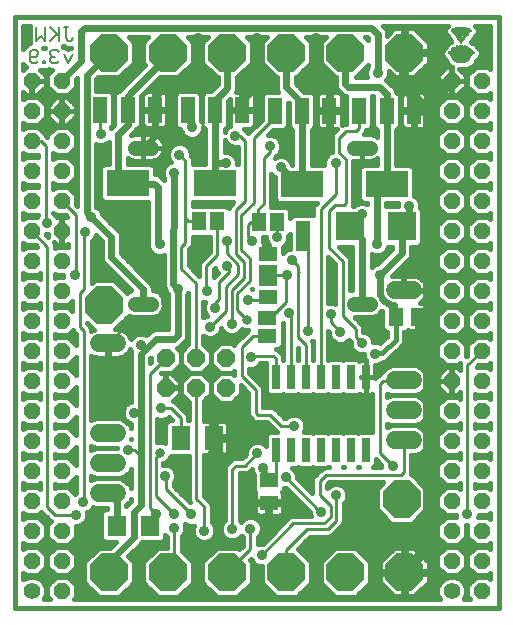
<source format=gbl>
G75*
%MOIN*%
%OFA0B0*%
%FSLAX24Y24*%
%IPPOS*%
%LPD*%
%AMOC8*
5,1,8,0,0,1.08239X$1,22.5*
%
%ADD10C,0.0160*%
%ADD11C,0.0060*%
%ADD12OC8,0.0600*%
%ADD13R,0.0480X0.0880*%
%ADD14R,0.1417X0.0866*%
%ADD15OC8,0.1250*%
%ADD16R,0.0630X0.0787*%
%ADD17R,0.0512X0.0591*%
%ADD18C,0.0560*%
%ADD19OC8,0.0560*%
%ADD20R,0.0500X0.1000*%
%ADD21R,0.0630X0.0709*%
%ADD22R,0.0260X0.0800*%
%ADD23R,0.0591X0.0512*%
%ADD24R,0.0460X0.0630*%
%ADD25R,0.0630X0.0460*%
%ADD26R,0.0312X0.0004*%
%ADD27R,0.0344X0.0004*%
%ADD28R,0.0368X0.0004*%
%ADD29R,0.0392X0.0004*%
%ADD30R,0.0408X0.0004*%
%ADD31R,0.0424X0.0004*%
%ADD32R,0.0432X0.0004*%
%ADD33R,0.0448X0.0004*%
%ADD34R,0.0456X0.0004*%
%ADD35R,0.0472X0.0004*%
%ADD36R,0.0480X0.0004*%
%ADD37R,0.0488X0.0004*%
%ADD38R,0.0496X0.0004*%
%ADD39R,0.0504X0.0004*%
%ADD40R,0.0512X0.0004*%
%ADD41R,0.0520X0.0004*%
%ADD42R,0.0528X0.0004*%
%ADD43R,0.0536X0.0004*%
%ADD44R,0.0536X0.0004*%
%ADD45R,0.0544X0.0004*%
%ADD46R,0.0552X0.0004*%
%ADD47R,0.0560X0.0004*%
%ADD48R,0.0560X0.0004*%
%ADD49R,0.0568X0.0004*%
%ADD50R,0.0576X0.0004*%
%ADD51R,0.0584X0.0004*%
%ADD52R,0.0592X0.0004*%
%ADD53R,0.0592X0.0004*%
%ADD54R,0.0600X0.0004*%
%ADD55R,0.0608X0.0004*%
%ADD56R,0.0608X0.0004*%
%ADD57R,0.0616X0.0004*%
%ADD58R,0.0624X0.0004*%
%ADD59R,0.0632X0.0004*%
%ADD60R,0.0632X0.0004*%
%ADD61R,0.0640X0.0004*%
%ADD62R,0.0648X0.0004*%
%ADD63R,0.0648X0.0004*%
%ADD64R,0.0656X0.0004*%
%ADD65R,0.0664X0.0004*%
%ADD66R,0.0664X0.0004*%
%ADD67R,0.0672X0.0004*%
%ADD68R,0.0680X0.0004*%
%ADD69R,0.0680X0.0004*%
%ADD70R,0.0688X0.0004*%
%ADD71R,0.0696X0.0004*%
%ADD72R,0.0700X0.0004*%
%ADD73R,0.0708X0.0004*%
%ADD74R,0.0716X0.0004*%
%ADD75R,0.0720X0.0004*%
%ADD76R,0.0720X0.0004*%
%ADD77R,0.0724X0.0004*%
%ADD78R,0.0808X0.0004*%
%ADD79R,0.0824X0.0004*%
%ADD80R,0.0832X0.0004*%
%ADD81R,0.0840X0.0004*%
%ADD82R,0.0848X0.0004*%
%ADD83R,0.0856X0.0004*%
%ADD84R,0.0860X0.0004*%
%ADD85R,0.0864X0.0004*%
%ADD86R,0.0864X0.0004*%
%ADD87R,0.0868X0.0004*%
%ADD88R,0.0872X0.0004*%
%ADD89R,0.0872X0.0004*%
%ADD90R,0.0860X0.0004*%
%ADD91R,0.0832X0.0004*%
%ADD92R,0.0824X0.0004*%
%ADD93R,0.0708X0.0004*%
%ADD94R,0.0712X0.0004*%
%ADD95R,0.0712X0.0004*%
%ADD96R,0.0700X0.0004*%
%ADD97R,0.0696X0.0004*%
%ADD98R,0.0692X0.0004*%
%ADD99R,0.0668X0.0004*%
%ADD100R,0.0660X0.0004*%
%ADD101R,0.0452X0.0004*%
%ADD102R,0.0188X0.0004*%
%ADD103R,0.0448X0.0004*%
%ADD104R,0.0440X0.0004*%
%ADD105R,0.0184X0.0004*%
%ADD106R,0.0432X0.0004*%
%ADD107R,0.0184X0.0004*%
%ADD108R,0.0424X0.0004*%
%ADD109R,0.0412X0.0004*%
%ADD110R,0.0128X0.0004*%
%ADD111R,0.0044X0.0004*%
%ADD112R,0.0400X0.0004*%
%ADD113R,0.0008X0.0004*%
%ADD114R,0.0388X0.0004*%
%ADD115R,0.0132X0.0004*%
%ADD116R,0.0360X0.0004*%
%ADD117R,0.0136X0.0004*%
%ADD118R,0.0340X0.0004*%
%ADD119R,0.0140X0.0004*%
%ADD120R,0.0328X0.0004*%
%ADD121R,0.0144X0.0004*%
%ADD122R,0.0324X0.0004*%
%ADD123R,0.0148X0.0004*%
%ADD124R,0.0320X0.0004*%
%ADD125R,0.0156X0.0004*%
%ADD126R,0.0316X0.0004*%
%ADD127R,0.0176X0.0004*%
%ADD128R,0.0080X0.0004*%
%ADD129R,0.0052X0.0004*%
%ADD130R,0.0380X0.0004*%
%ADD131R,0.0372X0.0004*%
%ADD132R,0.0356X0.0004*%
%ADD133R,0.0004X0.0004*%
%ADD134R,0.0308X0.0004*%
%ADD135R,0.0060X0.0004*%
%ADD136R,0.0240X0.0004*%
%ADD137R,0.0232X0.0004*%
%ADD138R,0.0044X0.0004*%
%ADD139R,0.0164X0.0004*%
%ADD140R,0.0056X0.0004*%
%ADD141R,0.0036X0.0004*%
%ADD142R,0.0156X0.0004*%
%ADD143R,0.0048X0.0004*%
%ADD144R,0.0024X0.0004*%
%ADD145R,0.0036X0.0004*%
%ADD146R,0.0016X0.0004*%
%ADD147R,0.0028X0.0004*%
%ADD148R,0.0012X0.0004*%
%ADD149R,0.0124X0.0004*%
%ADD150R,0.0108X0.0004*%
%ADD151R,0.0008X0.0004*%
%ADD152R,0.0092X0.0004*%
%ADD153R,0.0068X0.0004*%
%ADD154R,0.0008X0.0004*%
%ADD155R,0.0016X0.0004*%
%ADD156R,0.0024X0.0004*%
%ADD157R,0.0032X0.0004*%
%ADD158R,0.0032X0.0004*%
%ADD159R,0.0040X0.0004*%
%ADD160R,0.0056X0.0004*%
%ADD161R,0.0064X0.0004*%
%ADD162R,0.0072X0.0004*%
%ADD163R,0.0088X0.0004*%
%ADD164R,0.0096X0.0004*%
%ADD165R,0.0104X0.0004*%
%ADD166R,0.0112X0.0004*%
%ADD167R,0.0120X0.0004*%
%ADD168R,0.0124X0.0004*%
%ADD169R,0.0128X0.0004*%
%ADD170R,0.0144X0.0004*%
%ADD171R,0.0152X0.0004*%
%ADD172R,0.0152X0.0004*%
%ADD173R,0.0160X0.0004*%
%ADD174R,0.0168X0.0004*%
%ADD175R,0.0176X0.0004*%
%ADD176R,0.0184X0.0004*%
%ADD177R,0.0192X0.0004*%
%ADD178R,0.0200X0.0004*%
%ADD179R,0.0208X0.0004*%
%ADD180R,0.0216X0.0004*%
%ADD181R,0.0216X0.0004*%
%ADD182R,0.0224X0.0004*%
%ADD183R,0.0232X0.0004*%
%ADD184R,0.0240X0.0004*%
%ADD185R,0.0248X0.0004*%
%ADD186R,0.0256X0.0004*%
%ADD187R,0.0264X0.0004*%
%ADD188R,0.0272X0.0004*%
%ADD189R,0.0280X0.0004*%
%ADD190R,0.0288X0.0004*%
%ADD191R,0.0296X0.0004*%
%ADD192R,0.0304X0.0004*%
%ADD193R,0.0320X0.0004*%
%ADD194R,0.0328X0.0004*%
%ADD195R,0.0336X0.0004*%
%ADD196R,0.0336X0.0004*%
%ADD197R,0.0200X0.0004*%
%ADD198R,0.0128X0.0004*%
%ADD199R,0.0204X0.0004*%
%ADD200R,0.0216X0.0004*%
%ADD201R,0.0228X0.0004*%
%ADD202R,0.0416X0.0004*%
%ADD203R,0.0424X0.0004*%
%ADD204R,0.0428X0.0004*%
%ADD205R,0.0304X0.0004*%
%ADD206R,0.0180X0.0004*%
%ADD207R,0.0112X0.0004*%
%ADD208R,0.0176X0.0004*%
%ADD209R,0.0112X0.0004*%
%ADD210R,0.0132X0.0004*%
%ADD211R,0.0116X0.0004*%
%ADD212R,0.0332X0.0004*%
%ADD213R,0.0336X0.0004*%
%ADD214R,0.0480X0.0004*%
%ADD215R,0.0496X0.0004*%
%ADD216R,0.0512X0.0004*%
%ADD217R,0.0544X0.0004*%
%ADD218R,0.0208X0.0004*%
%ADD219R,0.0356X0.0004*%
%ADD220R,0.0208X0.0004*%
%ADD221R,0.0364X0.0004*%
%ADD222R,0.0212X0.0004*%
%ADD223R,0.0368X0.0004*%
%ADD224R,0.0220X0.0004*%
%ADD225R,0.0600X0.0004*%
%ADD226R,0.0356X0.0004*%
%ADD227R,0.0228X0.0004*%
%ADD228R,0.0236X0.0004*%
%ADD229R,0.0360X0.0004*%
%ADD230R,0.0368X0.0004*%
%ADD231R,0.0244X0.0004*%
%ADD232R,0.0252X0.0004*%
%ADD233R,0.0376X0.0004*%
%ADD234R,0.0672X0.0004*%
%ADD235R,0.0624X0.0004*%
%ADD236R,0.0596X0.0004*%
%ADD237R,0.0552X0.0004*%
%ADD238R,0.0456X0.0004*%
%ADD239R,0.0384X0.0004*%
%ADD240R,0.0352X0.0004*%
%ADD241R,0.0188X0.0004*%
%ADD242R,0.0108X0.0004*%
%ADD243C,0.0515*%
%ADD244R,0.0945X0.0945*%
%ADD245C,0.0600*%
%ADD246C,0.0356*%
%ADD247C,0.0100*%
%ADD248C,0.0240*%
%ADD249C,0.0320*%
%ADD250C,0.0317*%
D10*
X001046Y000180D02*
X017188Y000180D01*
X017188Y019865D01*
X001046Y019865D01*
X001046Y000180D01*
X001326Y001123D02*
X001326Y001347D01*
X001418Y001255D01*
X001815Y001255D01*
X002097Y001536D01*
X002097Y001934D01*
X001815Y002215D01*
X001418Y002215D01*
X001326Y002123D01*
X001326Y002347D01*
X001418Y002255D01*
X001815Y002255D01*
X002097Y002536D01*
X002097Y002934D01*
X001815Y003215D01*
X001418Y003215D01*
X001326Y003123D01*
X001326Y003347D01*
X001418Y003255D01*
X001815Y003255D01*
X001931Y003371D01*
X002169Y003133D01*
X002239Y003063D01*
X002258Y003055D01*
X002137Y002934D01*
X002137Y002536D01*
X002418Y002255D01*
X002815Y002255D01*
X003097Y002536D01*
X003097Y002897D01*
X003168Y002897D01*
X003307Y002955D01*
X003413Y003061D01*
X003471Y003200D01*
X003471Y003351D01*
X003469Y003354D01*
X003530Y003379D01*
X003636Y003486D01*
X003655Y003532D01*
X003756Y003490D01*
X004134Y003490D01*
X004134Y003474D01*
X004056Y003474D01*
X003939Y003357D01*
X003939Y002482D01*
X004056Y002365D01*
X004409Y002365D01*
X004229Y002186D01*
X003854Y002186D01*
X003370Y001703D01*
X003370Y001019D01*
X003854Y000536D01*
X004537Y000536D01*
X005020Y001019D01*
X005020Y001703D01*
X004836Y001887D01*
X005212Y002264D01*
X005302Y002354D01*
X005307Y002365D01*
X005954Y002365D01*
X006071Y002482D01*
X006071Y002590D01*
X006111Y002550D01*
X006111Y002186D01*
X005822Y002186D01*
X005339Y001703D01*
X005339Y001019D01*
X005822Y000536D01*
X006506Y000536D01*
X006989Y001019D01*
X006989Y001703D01*
X006611Y002081D01*
X006611Y002550D01*
X006681Y002621D01*
X006739Y002760D01*
X006739Y002910D01*
X006709Y002982D01*
X006723Y002967D01*
X006862Y002910D01*
X007013Y002910D01*
X007019Y002912D01*
X006983Y002825D01*
X006983Y002675D01*
X007040Y002536D01*
X007147Y002429D01*
X007286Y002372D01*
X007436Y002372D01*
X007575Y002429D01*
X007681Y002536D01*
X007739Y002675D01*
X007739Y002825D01*
X007681Y002964D01*
X007611Y003035D01*
X007611Y003604D01*
X007573Y003696D01*
X007502Y003766D01*
X007355Y003913D01*
X007355Y005266D01*
X007601Y005266D01*
X007601Y005762D01*
X007756Y005762D01*
X007756Y005266D01*
X008017Y005266D01*
X008063Y005278D01*
X008104Y005302D01*
X008138Y005335D01*
X008161Y005376D01*
X008174Y005422D01*
X008174Y005762D01*
X007756Y005762D01*
X007756Y005917D01*
X007601Y005917D01*
X007601Y006413D01*
X007355Y006413D01*
X007355Y007070D01*
X007585Y007300D01*
X007585Y007714D01*
X007292Y008007D01*
X007585Y008300D01*
X007585Y008714D01*
X007335Y008964D01*
X007335Y009239D01*
X007345Y009230D01*
X007484Y009172D01*
X007634Y009172D01*
X007773Y009230D01*
X007880Y009336D01*
X007937Y009475D01*
X007937Y009489D01*
X007962Y009430D01*
X008068Y009323D01*
X008207Y009266D01*
X008358Y009266D01*
X008497Y009323D01*
X008603Y009430D01*
X008616Y009462D01*
X008715Y009422D01*
X008829Y009422D01*
X008789Y009382D01*
X008404Y008997D01*
X008374Y008925D01*
X008292Y009007D01*
X007878Y009007D01*
X007585Y008714D01*
X007585Y008300D01*
X007878Y008007D01*
X008292Y008007D01*
X008366Y008080D01*
X008366Y007933D01*
X008292Y008007D01*
X007878Y008007D01*
X007585Y007714D01*
X007585Y007300D01*
X007878Y007007D01*
X008292Y007007D01*
X008585Y007300D01*
X008585Y007587D01*
X008841Y007331D01*
X008841Y006620D01*
X008879Y006528D01*
X008949Y006458D01*
X009004Y006403D01*
X009096Y006365D01*
X009462Y006365D01*
X009784Y006043D01*
X009537Y006043D01*
X009420Y005926D01*
X009420Y005573D01*
X009348Y005644D01*
X009210Y005702D01*
X009059Y005702D01*
X008920Y005644D01*
X008814Y005538D01*
X008756Y005399D01*
X008756Y005299D01*
X008622Y005165D01*
X008371Y005165D01*
X008279Y005127D01*
X008209Y005057D01*
X008086Y004934D01*
X008048Y004842D01*
X008048Y003473D01*
X008045Y003092D01*
X007972Y003019D01*
X007915Y002881D01*
X007915Y002730D01*
X007972Y002591D01*
X008079Y002485D01*
X008218Y002427D01*
X008368Y002427D01*
X008507Y002485D01*
X008601Y002579D01*
X008654Y002527D01*
X008654Y002236D01*
X008539Y002121D01*
X008474Y002186D01*
X007791Y002186D01*
X007307Y001703D01*
X007307Y001019D01*
X007791Y000536D01*
X008474Y000536D01*
X008957Y001019D01*
X008957Y001703D01*
X008893Y001768D01*
X008932Y001807D01*
X008965Y001726D01*
X009072Y001619D01*
X009211Y001562D01*
X009276Y001562D01*
X009276Y001019D01*
X009759Y000536D01*
X010443Y000536D01*
X010926Y001019D01*
X010926Y001703D01*
X010482Y002147D01*
X010884Y002550D01*
X011536Y002550D01*
X011627Y002588D01*
X011902Y002863D01*
X011973Y002933D01*
X012011Y003025D01*
X012011Y003648D01*
X012081Y003718D01*
X012139Y003857D01*
X012139Y004007D01*
X012081Y004146D01*
X011975Y004253D01*
X011836Y004310D01*
X011686Y004310D01*
X011547Y004253D01*
X011466Y004172D01*
X011466Y004286D01*
X011539Y004360D01*
X013340Y004360D01*
X013118Y004138D01*
X013118Y003454D01*
X013601Y002971D01*
X014285Y002971D01*
X014768Y003454D01*
X014768Y004138D01*
X014285Y004621D01*
X014251Y004621D01*
X014261Y004645D01*
X014261Y005255D01*
X014410Y005255D01*
X014594Y005331D01*
X014735Y005472D01*
X014811Y005656D01*
X014811Y005854D01*
X014735Y006038D01*
X014594Y006179D01*
X014410Y006255D01*
X014594Y006331D01*
X014735Y006472D01*
X014811Y006656D01*
X014811Y006854D01*
X014735Y007038D01*
X014594Y007179D01*
X014410Y007255D01*
X014594Y007331D01*
X014735Y007472D01*
X014811Y007656D01*
X014811Y007854D01*
X014735Y008038D01*
X014594Y008179D01*
X014410Y008255D01*
X013611Y008255D01*
X013428Y008179D01*
X013287Y008038D01*
X013266Y007987D01*
X013194Y007957D01*
X013123Y007887D01*
X013070Y007833D01*
X013060Y007823D01*
X013060Y007863D01*
X012750Y007863D01*
X012750Y007283D01*
X012904Y007283D01*
X012949Y007296D01*
X012961Y007302D01*
X012961Y006043D01*
X012537Y006043D01*
X012500Y006006D01*
X012463Y006043D01*
X012037Y006043D01*
X012000Y006006D01*
X011963Y006043D01*
X011537Y006043D01*
X011500Y006006D01*
X011463Y006043D01*
X011037Y006043D01*
X011000Y006006D01*
X010963Y006043D01*
X010684Y006043D01*
X010734Y006165D01*
X010734Y006315D01*
X010676Y006454D01*
X010570Y006561D01*
X010431Y006618D01*
X010281Y006618D01*
X010142Y006561D01*
X010071Y006490D01*
X010044Y006490D01*
X009778Y006757D01*
X009707Y006827D01*
X009616Y006865D01*
X009341Y006865D01*
X009341Y007485D01*
X009303Y007577D01*
X008866Y008014D01*
X008866Y008152D01*
X008986Y008152D01*
X009125Y008209D01*
X009231Y008316D01*
X009235Y008325D01*
X009420Y008325D01*
X009420Y007380D01*
X009537Y007263D01*
X009963Y007263D01*
X010000Y007300D01*
X010037Y007263D01*
X010463Y007263D01*
X010500Y007300D01*
X010537Y007263D01*
X010963Y007263D01*
X011000Y007300D01*
X011037Y007263D01*
X011463Y007263D01*
X011500Y007300D01*
X011537Y007263D01*
X011963Y007263D01*
X012000Y007300D01*
X012037Y007263D01*
X012463Y007263D01*
X012515Y007316D01*
X012550Y007296D01*
X012596Y007283D01*
X012750Y007283D01*
X012750Y007863D01*
X012750Y007863D01*
X012750Y007863D01*
X013060Y007863D01*
X013060Y008274D01*
X013133Y008274D01*
X013272Y008332D01*
X013315Y008375D01*
X013346Y008375D01*
X013449Y008418D01*
X013528Y008496D01*
X013528Y008496D01*
X013910Y008879D01*
X013910Y008879D01*
X013989Y008957D01*
X014032Y009060D01*
X014032Y009370D01*
X014091Y009370D01*
X014142Y009421D01*
X014174Y009402D01*
X014220Y009390D01*
X014452Y009390D01*
X014452Y009817D01*
X014548Y009817D01*
X014548Y009913D01*
X014936Y009913D01*
X014936Y010184D01*
X014923Y010230D01*
X014900Y010271D01*
X014866Y010304D01*
X014825Y010328D01*
X014779Y010340D01*
X014554Y010340D01*
X014562Y010344D01*
X014623Y010389D01*
X014677Y010442D01*
X014721Y010503D01*
X014756Y010571D01*
X014779Y010643D01*
X014791Y010717D01*
X014791Y010735D01*
X014031Y010735D01*
X014031Y010775D01*
X014791Y010775D01*
X014791Y010793D01*
X014779Y010867D01*
X014756Y010939D01*
X014721Y011007D01*
X014677Y011068D01*
X014623Y011121D01*
X014562Y011166D01*
X014495Y011200D01*
X014423Y011223D01*
X014349Y011235D01*
X014031Y011235D01*
X014031Y010775D01*
X013991Y010775D01*
X013991Y011235D01*
X013673Y011235D01*
X013620Y011227D01*
X014218Y011825D01*
X014267Y011942D01*
X014267Y012218D01*
X014502Y012218D01*
X014619Y012335D01*
X014619Y013445D01*
X014574Y013491D01*
X014574Y013635D01*
X014516Y013774D01*
X014410Y013881D01*
X014352Y013905D01*
X014352Y014822D01*
X014235Y014939D01*
X013763Y014939D01*
X013763Y016107D01*
X013766Y016107D01*
X013883Y016224D01*
X013883Y017269D01*
X013766Y017386D01*
X013758Y017386D01*
X013715Y017491D01*
X013438Y017768D01*
X013466Y017796D01*
X013524Y017935D01*
X013524Y018060D01*
X013704Y017879D01*
X013988Y017879D01*
X013988Y018634D01*
X014088Y018634D01*
X014088Y018734D01*
X014843Y018734D01*
X014843Y019017D01*
X014371Y019489D01*
X014088Y019489D01*
X014088Y018734D01*
X013988Y018734D01*
X013988Y019489D01*
X013704Y019489D01*
X013466Y019250D01*
X013466Y019374D01*
X013417Y019491D01*
X013323Y019585D01*
X015485Y019585D01*
X015405Y019505D01*
X015405Y019505D01*
X015401Y019501D01*
X015401Y019327D01*
X015409Y019319D01*
X015409Y019315D01*
X015421Y019303D01*
X015421Y019299D01*
X015425Y019295D01*
X015433Y019287D01*
X015433Y019283D01*
X015441Y019275D01*
X015445Y019271D01*
X015445Y019267D01*
X015457Y019255D01*
X015457Y019251D01*
X015469Y019239D01*
X015469Y019235D01*
X015481Y019223D01*
X015481Y019219D01*
X015485Y019215D01*
X015493Y019207D01*
X015493Y019203D01*
X015501Y019195D01*
X015505Y019191D01*
X015505Y019187D01*
X015509Y019183D01*
X015513Y019179D01*
X015513Y019175D01*
X015529Y019159D01*
X015529Y019155D01*
X015537Y019147D01*
X015537Y019143D01*
X015545Y019135D01*
X015549Y019131D01*
X015549Y019127D01*
X015561Y019115D01*
X015561Y019111D01*
X015569Y019103D01*
X015573Y019099D01*
X015573Y019095D01*
X015585Y019083D01*
X015585Y019079D01*
X015589Y019075D01*
X015597Y019067D01*
X015597Y019063D01*
X015605Y019055D01*
X015606Y019054D01*
X015606Y019054D01*
X015602Y019050D01*
X015590Y019050D01*
X015586Y019046D01*
X015582Y019046D01*
X015578Y019042D01*
X015574Y019042D01*
X015570Y019038D01*
X015566Y019038D01*
X015558Y019030D01*
X015554Y019030D01*
X015546Y019022D01*
X015546Y019022D01*
X015429Y018905D01*
X015429Y018905D01*
X015425Y018901D01*
X015421Y018897D01*
X015417Y018893D01*
X015417Y018889D01*
X015413Y018885D01*
X015413Y018885D01*
X015409Y018881D01*
X015409Y018877D01*
X015405Y018873D01*
X015405Y018869D01*
X015401Y018865D01*
X015401Y018857D01*
X015329Y018785D01*
X015329Y018785D01*
X015325Y018781D01*
X015321Y018777D01*
X015317Y018773D01*
X015313Y018769D01*
X015313Y018765D01*
X015309Y018761D01*
X015309Y018753D01*
X015305Y018749D01*
X015305Y018571D01*
X015309Y018567D01*
X015309Y018555D01*
X015313Y018551D01*
X015313Y018547D01*
X015325Y018535D01*
X015413Y018447D01*
X015413Y018443D01*
X015417Y018439D01*
X015417Y018431D01*
X015421Y018427D01*
X015421Y018423D01*
X015425Y018419D01*
X015425Y018415D01*
X015429Y018411D01*
X015429Y018407D01*
X015433Y018403D01*
X015433Y018399D01*
X015437Y018395D01*
X015437Y018391D01*
X015441Y018387D01*
X015441Y018383D01*
X015445Y018379D01*
X015445Y018375D01*
X015453Y018367D01*
X015453Y018363D01*
X015461Y018355D01*
X015461Y018351D01*
X015473Y018339D01*
X015473Y018335D01*
X015590Y018218D01*
X015594Y018214D01*
X015598Y018210D01*
X015602Y018206D01*
X015606Y018202D01*
X015610Y018198D01*
X015614Y018194D01*
X015618Y018190D01*
X015622Y018186D01*
X015626Y018186D01*
X015627Y018185D01*
X015627Y017745D01*
X016077Y017745D01*
X016077Y017926D01*
X015852Y018150D01*
X016180Y018150D01*
X016184Y018154D01*
X016196Y018154D01*
X016200Y018158D01*
X016208Y018158D01*
X016212Y018162D01*
X016220Y018162D01*
X016224Y018166D01*
X016228Y018166D01*
X016232Y018170D01*
X016236Y018170D01*
X016240Y018174D01*
X016244Y018178D01*
X016248Y018178D01*
X016256Y018186D01*
X016260Y018186D01*
X016264Y018190D01*
X016268Y018194D01*
X016272Y018198D01*
X016276Y018202D01*
X016280Y018206D01*
X016284Y018210D01*
X016288Y018214D01*
X016292Y018218D01*
X016409Y018335D01*
X016409Y018339D01*
X016421Y018351D01*
X016421Y018355D01*
X016429Y018363D01*
X016429Y018367D01*
X016437Y018375D01*
X016437Y018379D01*
X016441Y018383D01*
X016441Y018387D01*
X016445Y018391D01*
X016445Y018395D01*
X016449Y018399D01*
X016449Y018403D01*
X016453Y018407D01*
X016453Y018411D01*
X016457Y018415D01*
X016457Y018419D01*
X016461Y018423D01*
X016461Y018427D01*
X016465Y018431D01*
X016465Y018439D01*
X016469Y018443D01*
X016469Y018447D01*
X016573Y018551D01*
X016573Y018559D01*
X016577Y018563D01*
X016577Y018571D01*
X016577Y018749D01*
X016577Y018753D01*
X016573Y018757D01*
X016573Y018765D01*
X016553Y018785D01*
X016465Y018873D01*
X016465Y018881D01*
X016461Y018885D01*
X016461Y018901D01*
X016344Y019018D01*
X016280Y019018D01*
X016262Y019036D01*
X016273Y019047D01*
X016273Y019051D01*
X016277Y019055D01*
X016277Y019055D01*
X016285Y019063D01*
X016285Y019067D01*
X016293Y019075D01*
X016293Y019075D01*
X016297Y019079D01*
X016297Y019083D01*
X016309Y019095D01*
X016309Y019099D01*
X016321Y019111D01*
X016321Y019115D01*
X016333Y019127D01*
X016333Y019131D01*
X016345Y019143D01*
X016345Y019147D01*
X016353Y019155D01*
X016353Y019155D01*
X016357Y019159D01*
X016357Y019163D01*
X016369Y019175D01*
X016369Y019179D01*
X016377Y019187D01*
X016377Y019191D01*
X016381Y019195D01*
X016381Y019195D01*
X016389Y019203D01*
X016389Y019207D01*
X016397Y019215D01*
X016397Y019215D01*
X016401Y019219D01*
X016401Y019223D01*
X016413Y019235D01*
X016413Y019239D01*
X016425Y019251D01*
X016425Y019255D01*
X016437Y019267D01*
X016437Y019271D01*
X016441Y019275D01*
X016441Y019275D01*
X016449Y019283D01*
X016449Y019287D01*
X016457Y019295D01*
X016457Y019295D01*
X016461Y019299D01*
X016461Y019303D01*
X016473Y019315D01*
X016473Y019319D01*
X016481Y019327D01*
X016481Y019501D01*
X016477Y019505D01*
X016397Y019585D01*
X016908Y019585D01*
X016908Y018123D01*
X016815Y018215D01*
X016418Y018215D01*
X016137Y017934D01*
X016137Y017536D01*
X016418Y017255D01*
X016815Y017255D01*
X016908Y017347D01*
X016908Y017123D01*
X016815Y017215D01*
X016418Y017215D01*
X016137Y016934D01*
X016137Y016536D01*
X016418Y016255D01*
X016815Y016255D01*
X016908Y016347D01*
X016907Y016347D01*
X016908Y016347D02*
X016908Y016123D01*
X016815Y016215D01*
X016418Y016215D01*
X016137Y015934D01*
X016137Y015536D01*
X016418Y015255D01*
X016815Y015255D01*
X016908Y015347D01*
X016908Y015123D01*
X016815Y015215D01*
X016418Y015215D01*
X016137Y014934D01*
X016137Y014536D01*
X016418Y014255D01*
X016815Y014255D01*
X016908Y014347D01*
X016908Y014123D01*
X016815Y014215D01*
X016418Y014215D01*
X016137Y013934D01*
X016137Y013536D01*
X016418Y013255D01*
X016815Y013255D01*
X016908Y013347D01*
X016908Y013123D01*
X016815Y013215D01*
X016418Y013215D01*
X016137Y012934D01*
X016137Y012536D01*
X016418Y012255D01*
X016815Y012255D01*
X016908Y012347D01*
X016908Y012123D01*
X016815Y012215D01*
X016418Y012215D01*
X016137Y011934D01*
X016137Y011536D01*
X016418Y011255D01*
X016815Y011255D01*
X016908Y011347D01*
X016908Y011123D01*
X016815Y011215D01*
X016418Y011215D01*
X016137Y010934D01*
X016137Y010536D01*
X016418Y010255D01*
X016815Y010255D01*
X016908Y010347D01*
X016908Y010123D01*
X016815Y010215D01*
X016418Y010215D01*
X016137Y009934D01*
X016137Y009536D01*
X016418Y009255D01*
X016815Y009255D01*
X016908Y009347D01*
X016908Y009123D01*
X016815Y009215D01*
X016418Y009215D01*
X016137Y008934D01*
X016137Y008609D01*
X016097Y008569D01*
X016097Y008934D01*
X015815Y009215D01*
X015418Y009215D01*
X015137Y008934D01*
X015137Y008536D01*
X015418Y008255D01*
X015815Y008255D01*
X015902Y008341D01*
X015886Y008305D01*
X015886Y008116D01*
X015807Y008195D01*
X015627Y008195D01*
X015627Y007745D01*
X015607Y007745D01*
X015607Y008195D01*
X015426Y008195D01*
X015157Y007926D01*
X015157Y007745D01*
X015607Y007745D01*
X015607Y007725D01*
X015627Y007725D01*
X015627Y007275D01*
X015807Y007275D01*
X015886Y007354D01*
X015886Y007144D01*
X015815Y007215D01*
X015418Y007215D01*
X015137Y006934D01*
X015137Y006536D01*
X015418Y006255D01*
X015815Y006255D01*
X015886Y006326D01*
X015886Y006144D01*
X015815Y006215D01*
X015418Y006215D01*
X015137Y005934D01*
X015137Y005536D01*
X015418Y005255D01*
X015815Y005255D01*
X015886Y005326D01*
X015886Y005144D01*
X015815Y005215D01*
X015418Y005215D01*
X015137Y004934D01*
X015137Y004536D01*
X015418Y004255D01*
X015815Y004255D01*
X015886Y004326D01*
X015886Y004144D01*
X015815Y004215D01*
X015418Y004215D01*
X015137Y003934D01*
X015137Y003536D01*
X015418Y003255D01*
X015758Y003255D01*
X015758Y003235D01*
X015766Y003215D01*
X015418Y003215D01*
X015137Y002934D01*
X015137Y002536D01*
X015418Y002255D01*
X015815Y002255D01*
X016097Y002536D01*
X016097Y002932D01*
X016137Y002932D01*
X016137Y002536D01*
X016418Y002255D01*
X016815Y002255D01*
X016908Y002347D01*
X016908Y002123D01*
X016815Y002215D01*
X016418Y002215D01*
X016137Y001934D01*
X016137Y001536D01*
X016418Y001255D01*
X016815Y001255D01*
X016908Y001347D01*
X016908Y001123D01*
X016815Y001215D01*
X016418Y001215D01*
X016137Y000934D01*
X016137Y000536D01*
X016213Y000460D01*
X016020Y000460D01*
X016024Y000463D01*
X016097Y000640D01*
X016097Y000831D01*
X016024Y001007D01*
X015889Y001142D01*
X015712Y001215D01*
X015521Y001215D01*
X015345Y001142D01*
X015210Y001007D01*
X015137Y000831D01*
X015137Y000640D01*
X015210Y000463D01*
X015213Y000460D01*
X003020Y000460D01*
X003097Y000536D01*
X003097Y000934D01*
X002815Y001215D01*
X002418Y001215D01*
X002137Y000934D01*
X002137Y000536D01*
X002213Y000460D01*
X002020Y000460D01*
X002024Y000463D01*
X002097Y000640D01*
X002097Y000831D01*
X002024Y001007D01*
X001889Y001142D01*
X001712Y001215D01*
X001521Y001215D01*
X001345Y001142D01*
X001326Y001123D01*
X001326Y001131D02*
X001334Y001131D01*
X001326Y001290D02*
X001383Y001290D01*
X001850Y001290D02*
X002383Y001290D01*
X002418Y001255D02*
X002815Y001255D01*
X003097Y001536D01*
X003097Y001934D01*
X002815Y002215D01*
X002418Y002215D01*
X002137Y001934D01*
X002137Y001536D01*
X002418Y001255D01*
X002334Y001131D02*
X001900Y001131D01*
X002038Y000973D02*
X002175Y000973D01*
X002137Y000814D02*
X002097Y000814D01*
X002097Y000656D02*
X002137Y000656D01*
X002176Y000497D02*
X002038Y000497D01*
X002900Y001131D02*
X003370Y001131D01*
X003370Y001290D02*
X002850Y001290D01*
X003008Y001448D02*
X003370Y001448D01*
X003370Y001607D02*
X003097Y001607D01*
X003097Y001765D02*
X003433Y001765D01*
X003591Y001924D02*
X003097Y001924D01*
X002949Y002082D02*
X003750Y002082D01*
X004022Y002399D02*
X002959Y002399D01*
X003097Y002558D02*
X003939Y002558D01*
X003939Y002716D02*
X003097Y002716D01*
X003097Y002875D02*
X003939Y002875D01*
X003939Y003033D02*
X003385Y003033D01*
X003467Y003192D02*
X003939Y003192D01*
X003939Y003350D02*
X003471Y003350D01*
X003646Y003509D02*
X003712Y003509D01*
X004156Y003963D02*
X004156Y003990D01*
X004555Y004490D02*
X003756Y004490D01*
X004555Y004490D01*
X004739Y004566D01*
X004880Y004707D01*
X004926Y004818D01*
X004926Y004162D01*
X004880Y004273D01*
X004739Y004414D01*
X004555Y004490D01*
X004629Y004460D02*
X004926Y004460D01*
X004926Y004618D02*
X004791Y004618D01*
X004909Y004777D02*
X004926Y004777D01*
X004926Y004301D02*
X004852Y004301D01*
X004926Y003818D02*
X004926Y003728D01*
X004774Y003575D01*
X004774Y003601D01*
X004880Y003707D01*
X004926Y003818D01*
X004865Y003667D02*
X004840Y003667D01*
X005754Y003298D02*
X005762Y003288D01*
X006071Y002558D02*
X006104Y002558D01*
X006111Y002399D02*
X005988Y002399D01*
X006111Y002241D02*
X005189Y002241D01*
X005212Y002264D02*
X005212Y002264D01*
X005030Y002082D02*
X005718Y002082D01*
X005560Y001924D02*
X004872Y001924D01*
X004958Y001765D02*
X005401Y001765D01*
X005339Y001607D02*
X005020Y001607D01*
X005020Y001448D02*
X005339Y001448D01*
X005339Y001290D02*
X005020Y001290D01*
X005020Y001131D02*
X005339Y001131D01*
X005386Y000973D02*
X004974Y000973D01*
X004815Y000814D02*
X005544Y000814D01*
X005703Y000656D02*
X004657Y000656D01*
X003734Y000656D02*
X003097Y000656D01*
X003097Y000814D02*
X003576Y000814D01*
X003417Y000973D02*
X003058Y000973D01*
X003057Y000497D02*
X015196Y000497D01*
X015137Y000656D02*
X014471Y000656D01*
X014371Y000556D02*
X014843Y001028D01*
X014843Y001311D01*
X014088Y001311D01*
X014088Y000556D01*
X014371Y000556D01*
X014088Y000656D02*
X013988Y000656D01*
X013988Y000556D02*
X013704Y000556D01*
X013233Y001028D01*
X013233Y001311D01*
X013988Y001311D01*
X014088Y001311D01*
X014088Y001411D01*
X014843Y001411D01*
X014843Y001695D01*
X014371Y002166D01*
X014088Y002166D01*
X014088Y001411D01*
X013988Y001411D01*
X013988Y001311D01*
X013988Y000556D01*
X013988Y000814D02*
X014088Y000814D01*
X014088Y000973D02*
X013988Y000973D01*
X013988Y001131D02*
X014088Y001131D01*
X014088Y001290D02*
X013988Y001290D01*
X013988Y001411D02*
X013233Y001411D01*
X013233Y001695D01*
X013704Y002166D01*
X013988Y002166D01*
X013988Y001411D01*
X013988Y001448D02*
X014088Y001448D01*
X014088Y001607D02*
X013988Y001607D01*
X013988Y001765D02*
X014088Y001765D01*
X014088Y001924D02*
X013988Y001924D01*
X013988Y002082D02*
X014088Y002082D01*
X014455Y002082D02*
X015285Y002082D01*
X015418Y002215D02*
X015137Y001934D01*
X015137Y001536D01*
X015418Y001255D01*
X015815Y001255D01*
X016097Y001536D01*
X016097Y001934D01*
X015815Y002215D01*
X015418Y002215D01*
X015274Y002399D02*
X010733Y002399D01*
X010575Y002241D02*
X016908Y002241D01*
X016285Y002082D02*
X015949Y002082D01*
X016097Y001924D02*
X016137Y001924D01*
X016137Y001765D02*
X016097Y001765D01*
X016097Y001607D02*
X016137Y001607D01*
X016225Y001448D02*
X016008Y001448D01*
X015850Y001290D02*
X016383Y001290D01*
X016334Y001131D02*
X015900Y001131D01*
X016038Y000973D02*
X016175Y000973D01*
X016137Y000814D02*
X016097Y000814D01*
X016097Y000656D02*
X016137Y000656D01*
X016176Y000497D02*
X016038Y000497D01*
X015334Y001131D02*
X014843Y001131D01*
X014843Y001290D02*
X015383Y001290D01*
X015225Y001448D02*
X014843Y001448D01*
X014843Y001607D02*
X015137Y001607D01*
X015137Y001765D02*
X014772Y001765D01*
X014614Y001924D02*
X015137Y001924D01*
X015137Y002558D02*
X011554Y002558D01*
X011755Y002716D02*
X015137Y002716D01*
X015137Y002875D02*
X011914Y002875D01*
X012011Y003033D02*
X013539Y003033D01*
X013380Y003192D02*
X012011Y003192D01*
X012011Y003350D02*
X013222Y003350D01*
X013118Y003509D02*
X012011Y003509D01*
X012030Y003667D02*
X013118Y003667D01*
X013118Y003826D02*
X012126Y003826D01*
X012139Y003984D02*
X013118Y003984D01*
X013123Y004143D02*
X012083Y004143D01*
X011859Y004301D02*
X013281Y004301D01*
X013267Y004860D02*
X012979Y004860D01*
X013080Y004960D01*
X013080Y005124D01*
X013267Y004937D01*
X013267Y004860D01*
X013267Y004935D02*
X013054Y004935D01*
X013080Y005094D02*
X013111Y005094D01*
X012520Y004860D02*
X012479Y004860D01*
X012500Y004880D01*
X012520Y004860D01*
X012020Y004860D02*
X011979Y004860D01*
X012000Y004880D01*
X012020Y004860D01*
X011520Y004860D02*
X011479Y004860D01*
X011500Y004880D01*
X011520Y004860D01*
X011346Y004843D02*
X011294Y004822D01*
X011074Y004602D01*
X011004Y004532D01*
X010966Y004440D01*
X010966Y004004D01*
X010459Y004510D01*
X010459Y004610D01*
X010401Y004749D01*
X010307Y004843D01*
X010463Y004843D01*
X010500Y004880D01*
X010537Y004843D01*
X010963Y004843D01*
X011000Y004880D01*
X011037Y004843D01*
X011346Y004843D01*
X011249Y004777D02*
X010374Y004777D01*
X010456Y004618D02*
X011090Y004618D01*
X010974Y004460D02*
X010510Y004460D01*
X010668Y004301D02*
X010966Y004301D01*
X010966Y004143D02*
X010827Y004143D01*
X010437Y003826D02*
X009992Y003826D01*
X009992Y003733D02*
X009992Y003965D01*
X009980Y004011D01*
X009961Y004043D01*
X010012Y004094D01*
X010012Y004157D01*
X010105Y004157D01*
X010893Y003370D01*
X010893Y003310D01*
X010922Y003240D01*
X010286Y003240D01*
X010194Y003202D01*
X010124Y003132D01*
X010124Y003132D01*
X009310Y002318D01*
X009211Y002318D01*
X009154Y002295D01*
X009154Y002527D01*
X009225Y002597D01*
X009282Y002736D01*
X009282Y002887D01*
X009225Y003026D01*
X009118Y003132D01*
X008979Y003189D01*
X008829Y003189D01*
X008690Y003132D01*
X008595Y003037D01*
X008545Y003088D01*
X008547Y003421D01*
X008548Y003422D01*
X008548Y003471D01*
X008548Y003520D01*
X008548Y003521D01*
X008548Y004665D01*
X008775Y004665D01*
X008867Y004703D01*
X008953Y004789D01*
X008953Y004750D01*
X009010Y004611D01*
X009022Y004599D01*
X009022Y004094D01*
X009073Y004043D01*
X009054Y004011D01*
X009042Y003965D01*
X009042Y003733D01*
X009469Y003733D01*
X009469Y003637D01*
X009565Y003637D01*
X009565Y003249D01*
X009836Y003249D01*
X009882Y003262D01*
X009923Y003285D01*
X009956Y003319D01*
X009980Y003360D01*
X009992Y003406D01*
X009992Y003637D01*
X009565Y003637D01*
X009565Y003733D01*
X009992Y003733D01*
X009992Y003509D02*
X010754Y003509D01*
X010893Y003350D02*
X009975Y003350D01*
X010184Y003192D02*
X008546Y003192D01*
X008547Y003350D02*
X009060Y003350D01*
X009054Y003360D02*
X009078Y003319D01*
X009111Y003285D01*
X009152Y003262D01*
X009198Y003249D01*
X009469Y003249D01*
X009469Y003637D01*
X009042Y003637D01*
X009042Y003406D01*
X009054Y003360D01*
X009042Y003509D02*
X008548Y003509D01*
X008548Y003667D02*
X009469Y003667D01*
X009565Y003667D02*
X010595Y003667D01*
X010278Y003984D02*
X009987Y003984D01*
X010012Y004143D02*
X010120Y004143D01*
X009565Y003509D02*
X009469Y003509D01*
X009469Y003350D02*
X009565Y003350D01*
X009217Y003033D02*
X010025Y003033D01*
X009867Y002875D02*
X009282Y002875D01*
X009274Y002716D02*
X009708Y002716D01*
X009550Y002558D02*
X009185Y002558D01*
X009154Y002399D02*
X009391Y002399D01*
X008949Y001765D02*
X008895Y001765D01*
X008957Y001607D02*
X009103Y001607D01*
X008957Y001448D02*
X009276Y001448D01*
X009276Y001290D02*
X008957Y001290D01*
X008957Y001131D02*
X009276Y001131D01*
X009323Y000973D02*
X008911Y000973D01*
X008752Y000814D02*
X009481Y000814D01*
X009640Y000656D02*
X008594Y000656D01*
X007671Y000656D02*
X006625Y000656D01*
X006784Y000814D02*
X007513Y000814D01*
X007354Y000973D02*
X006942Y000973D01*
X006989Y001131D02*
X007307Y001131D01*
X007307Y001290D02*
X006989Y001290D01*
X006989Y001448D02*
X007307Y001448D01*
X007307Y001607D02*
X006989Y001607D01*
X006927Y001765D02*
X007370Y001765D01*
X007528Y001924D02*
X006768Y001924D01*
X006611Y002082D02*
X007687Y002082D01*
X007501Y002399D02*
X008654Y002399D01*
X008654Y002241D02*
X006611Y002241D01*
X006611Y002399D02*
X007220Y002399D01*
X007031Y002558D02*
X006618Y002558D01*
X006721Y002716D02*
X006983Y002716D01*
X007003Y002875D02*
X006739Y002875D01*
X006881Y003699D02*
X006345Y004234D01*
X006345Y004335D01*
X006371Y004360D01*
X006428Y004499D01*
X006428Y004650D01*
X006371Y004789D01*
X006264Y004895D01*
X006125Y004953D01*
X006001Y004953D01*
X006001Y004996D01*
X006099Y005036D01*
X006200Y005137D01*
X006245Y005246D01*
X006855Y005246D01*
X006855Y003760D01*
X006881Y003699D01*
X006855Y003826D02*
X006754Y003826D01*
X006855Y003984D02*
X006595Y003984D01*
X006437Y004143D02*
X006855Y004143D01*
X006855Y004301D02*
X006345Y004301D01*
X006412Y004460D02*
X006855Y004460D01*
X006855Y004618D02*
X006428Y004618D01*
X006376Y004777D02*
X006855Y004777D01*
X006855Y004935D02*
X006168Y004935D01*
X006156Y005094D02*
X006855Y005094D01*
X007355Y005094D02*
X008246Y005094D01*
X008087Y004935D02*
X007355Y004935D01*
X007355Y004777D02*
X008048Y004777D01*
X008048Y004618D02*
X007355Y004618D01*
X007355Y004460D02*
X008048Y004460D01*
X008048Y004301D02*
X007355Y004301D01*
X007355Y004143D02*
X008048Y004143D01*
X008048Y003984D02*
X007355Y003984D01*
X007443Y003826D02*
X008048Y003826D01*
X008048Y003667D02*
X007585Y003667D01*
X007611Y003509D02*
X008048Y003509D01*
X008047Y003350D02*
X007611Y003350D01*
X007611Y003192D02*
X008046Y003192D01*
X007986Y003033D02*
X007613Y003033D01*
X007718Y002875D02*
X007915Y002875D01*
X007920Y002716D02*
X007739Y002716D01*
X007690Y002558D02*
X008006Y002558D01*
X008580Y002558D02*
X008623Y002558D01*
X008548Y003826D02*
X009042Y003826D01*
X009047Y003984D02*
X008548Y003984D01*
X008548Y004143D02*
X009022Y004143D01*
X009022Y004301D02*
X008548Y004301D01*
X008548Y004460D02*
X009022Y004460D01*
X009007Y004618D02*
X008548Y004618D01*
X008941Y004777D02*
X008953Y004777D01*
X008709Y005252D02*
X007355Y005252D01*
X007601Y005411D02*
X007756Y005411D01*
X007756Y005569D02*
X007601Y005569D01*
X007601Y005728D02*
X007756Y005728D01*
X007756Y005886D02*
X009420Y005886D01*
X009420Y005728D02*
X008174Y005728D01*
X008174Y005569D02*
X008845Y005569D01*
X008761Y005411D02*
X008171Y005411D01*
X008174Y005917D02*
X007756Y005917D01*
X007756Y006413D01*
X008017Y006413D01*
X008063Y006401D01*
X008104Y006377D01*
X008138Y006344D01*
X008161Y006303D01*
X008174Y006257D01*
X008174Y005917D01*
X008174Y006045D02*
X009783Y006045D01*
X009624Y006203D02*
X008174Y006203D01*
X008120Y006362D02*
X009466Y006362D01*
X009856Y006679D02*
X012961Y006679D01*
X012961Y006837D02*
X009683Y006837D01*
X009341Y006996D02*
X012961Y006996D01*
X012961Y007154D02*
X009341Y007154D01*
X009341Y007313D02*
X009488Y007313D01*
X009420Y007471D02*
X009341Y007471D01*
X009420Y007630D02*
X009250Y007630D01*
X009091Y007788D02*
X009420Y007788D01*
X009420Y007947D02*
X008933Y007947D01*
X008866Y008105D02*
X009420Y008105D01*
X009420Y008264D02*
X009179Y008264D01*
X009745Y008815D02*
X009869Y008815D01*
X009986Y008932D01*
X009986Y009682D01*
X010000Y009676D01*
X010000Y008426D01*
X010000Y008426D01*
X010000Y008546D01*
X009962Y008638D01*
X009812Y008787D01*
X009745Y008815D01*
X009860Y008739D02*
X010000Y008739D01*
X009985Y008581D02*
X010000Y008581D01*
X010000Y008898D02*
X009951Y008898D01*
X009986Y009056D02*
X010000Y009056D01*
X009986Y009215D02*
X010000Y009215D01*
X009986Y009373D02*
X010000Y009373D01*
X009986Y009532D02*
X010000Y009532D01*
X010500Y008837D02*
X010500Y008837D01*
X010500Y008426D01*
X010500Y008426D01*
X010500Y008837D01*
X010500Y008739D02*
X010500Y008739D01*
X010500Y008581D02*
X010500Y008581D01*
X011000Y008581D02*
X011000Y008581D01*
X011000Y008426D02*
X011000Y008426D01*
X011000Y009083D01*
X010967Y009069D01*
X011000Y008991D01*
X011000Y008426D01*
X011000Y008739D02*
X011000Y008739D01*
X011000Y008898D02*
X011000Y008898D01*
X011000Y009056D02*
X010973Y009056D01*
X011500Y009056D02*
X011675Y009056D01*
X011692Y009039D02*
X011585Y009146D01*
X011528Y009285D01*
X011528Y009385D01*
X011500Y009412D01*
X011500Y008426D01*
X011537Y008463D01*
X011963Y008463D01*
X012000Y008426D01*
X012037Y008463D01*
X012463Y008463D01*
X012515Y008411D01*
X012550Y008431D01*
X012596Y008443D01*
X012735Y008443D01*
X012680Y008577D01*
X012680Y008622D01*
X012551Y008622D01*
X012412Y008679D01*
X012305Y008786D01*
X012248Y008925D01*
X012248Y009025D01*
X012208Y009064D01*
X012189Y009109D01*
X012120Y009039D01*
X011981Y008982D01*
X011831Y008982D01*
X011692Y009039D01*
X011557Y009215D02*
X011500Y009215D01*
X011500Y009373D02*
X011528Y009373D01*
X011500Y008898D02*
X012259Y008898D01*
X012216Y009056D02*
X012137Y009056D01*
X012352Y008739D02*
X011500Y008739D01*
X011500Y008581D02*
X012680Y008581D01*
X012750Y008426D02*
X012750Y008426D01*
X012750Y007863D01*
X012580Y007863D01*
X012580Y007863D01*
X012750Y007863D01*
X012750Y007863D01*
X012750Y008426D01*
X012750Y008422D02*
X012750Y008422D01*
X012750Y008264D02*
X012750Y008264D01*
X012750Y008105D02*
X012750Y008105D01*
X012750Y007947D02*
X012750Y007947D01*
X012750Y007863D02*
X012750Y007863D01*
X012750Y007788D02*
X012750Y007788D01*
X012750Y007630D02*
X012750Y007630D01*
X012750Y007471D02*
X012750Y007471D01*
X012750Y007313D02*
X012750Y007313D01*
X012521Y007313D02*
X012512Y007313D01*
X013060Y007947D02*
X013183Y007947D01*
X013060Y008105D02*
X013354Y008105D01*
X013454Y008422D02*
X015251Y008422D01*
X015137Y008581D02*
X013612Y008581D01*
X013771Y008739D02*
X015137Y008739D01*
X015137Y008898D02*
X013929Y008898D01*
X014030Y009056D02*
X015259Y009056D01*
X015417Y009215D02*
X014032Y009215D01*
X014094Y009373D02*
X015300Y009373D01*
X015418Y009255D02*
X015137Y009536D01*
X015137Y009934D01*
X015418Y010215D01*
X015815Y010215D01*
X016097Y009934D01*
X016097Y009536D01*
X015815Y009255D01*
X015418Y009255D01*
X015141Y009532D02*
X014932Y009532D01*
X014936Y009546D02*
X014936Y009817D01*
X014548Y009817D01*
X014548Y009390D01*
X014779Y009390D01*
X014825Y009402D01*
X014866Y009426D01*
X014900Y009459D01*
X014923Y009500D01*
X014936Y009546D01*
X014936Y009690D02*
X015137Y009690D01*
X015137Y009849D02*
X014548Y009849D01*
X014548Y009690D02*
X014452Y009690D01*
X014452Y009532D02*
X014548Y009532D01*
X014581Y009065D02*
X014651Y009035D01*
X014841Y008850D01*
X014841Y008690D02*
X014841Y008680D01*
X014786Y008625D01*
X014794Y008617D01*
X014825Y008625D02*
X014841Y008609D01*
X014668Y008105D02*
X015336Y008105D01*
X015409Y008264D02*
X013060Y008264D01*
X013058Y008652D02*
X013060Y008655D01*
X013291Y008655D01*
X013752Y009116D01*
X013752Y009865D01*
X013296Y009849D02*
X012391Y009849D01*
X012377Y009863D02*
X012974Y009863D01*
X013142Y009932D01*
X013271Y010061D01*
X013273Y010065D01*
X013296Y010056D01*
X013296Y009487D01*
X013413Y009370D01*
X013472Y009370D01*
X013472Y009232D01*
X013230Y008990D01*
X013133Y009031D01*
X013004Y009031D01*
X013004Y009075D01*
X012946Y009214D01*
X012840Y009321D01*
X012701Y009378D01*
X012670Y009378D01*
X012670Y009516D01*
X012632Y009608D01*
X012377Y009863D01*
X012549Y009690D02*
X013296Y009690D01*
X013296Y009532D02*
X012663Y009532D01*
X012713Y009373D02*
X013410Y009373D01*
X013454Y009215D02*
X012946Y009215D01*
X013004Y009056D02*
X013296Y009056D01*
X013296Y010007D02*
X013217Y010007D01*
X014011Y010755D02*
X014671Y010755D01*
X014681Y010745D01*
X014790Y010800D02*
X015137Y010800D01*
X015137Y010934D02*
X015137Y010536D01*
X015418Y010255D01*
X015815Y010255D01*
X016097Y010536D01*
X016097Y010934D01*
X015815Y011215D01*
X015418Y011215D01*
X015137Y010934D01*
X015161Y010958D02*
X014746Y010958D01*
X014628Y011117D02*
X015319Y011117D01*
X015418Y011255D02*
X015815Y011255D01*
X016097Y011536D01*
X016097Y011934D01*
X015815Y012215D01*
X015418Y012215D01*
X015137Y011934D01*
X015137Y011536D01*
X015418Y011255D01*
X015398Y011275D02*
X013668Y011275D01*
X013827Y011434D02*
X015239Y011434D01*
X015137Y011592D02*
X013985Y011592D01*
X014144Y011751D02*
X015137Y011751D01*
X015137Y011909D02*
X014253Y011909D01*
X014267Y012068D02*
X015270Y012068D01*
X015418Y012255D02*
X015815Y012255D01*
X016097Y012536D01*
X016097Y012934D01*
X015815Y013215D01*
X015418Y013215D01*
X015137Y012934D01*
X015137Y012536D01*
X015418Y012255D01*
X015288Y012385D02*
X014619Y012385D01*
X014619Y012543D02*
X015137Y012543D01*
X015137Y012702D02*
X014619Y012702D01*
X014619Y012860D02*
X015137Y012860D01*
X015221Y013019D02*
X014619Y013019D01*
X014619Y013177D02*
X015380Y013177D01*
X015418Y013255D02*
X015815Y013255D01*
X016097Y013536D01*
X016097Y013934D01*
X015815Y014215D01*
X015418Y014215D01*
X015137Y013934D01*
X015137Y013536D01*
X015418Y013255D01*
X015337Y013336D02*
X014619Y013336D01*
X014574Y013494D02*
X015179Y013494D01*
X015137Y013653D02*
X014567Y013653D01*
X014480Y013811D02*
X015137Y013811D01*
X015172Y013970D02*
X014352Y013970D01*
X014352Y014128D02*
X015331Y014128D01*
X015418Y014255D02*
X015815Y014255D01*
X016097Y014536D01*
X016097Y014934D01*
X015815Y015215D01*
X015418Y015215D01*
X015137Y014934D01*
X015137Y014536D01*
X015418Y014255D01*
X015386Y014287D02*
X014352Y014287D01*
X014352Y014445D02*
X015228Y014445D01*
X015137Y014604D02*
X014352Y014604D01*
X014352Y014762D02*
X015137Y014762D01*
X015137Y014921D02*
X014254Y014921D01*
X013763Y015079D02*
X015282Y015079D01*
X015418Y015255D02*
X015815Y015255D01*
X016097Y015536D01*
X016097Y015934D01*
X015815Y016215D01*
X015418Y016215D01*
X015137Y015934D01*
X015137Y015536D01*
X015418Y015255D01*
X015277Y015396D02*
X013763Y015396D01*
X013763Y015238D02*
X016908Y015238D01*
X016282Y015079D02*
X015952Y015079D01*
X016097Y014921D02*
X016137Y014921D01*
X016137Y014762D02*
X016097Y014762D01*
X016097Y014604D02*
X016137Y014604D01*
X016228Y014445D02*
X016005Y014445D01*
X015847Y014287D02*
X016386Y014287D01*
X016331Y014128D02*
X015903Y014128D01*
X016061Y013970D02*
X016172Y013970D01*
X016137Y013811D02*
X016097Y013811D01*
X016097Y013653D02*
X016137Y013653D01*
X016179Y013494D02*
X016054Y013494D01*
X015896Y013336D02*
X016337Y013336D01*
X016380Y013177D02*
X015854Y013177D01*
X016012Y013019D02*
X016221Y013019D01*
X016137Y012860D02*
X016097Y012860D01*
X016097Y012702D02*
X016137Y012702D01*
X016137Y012543D02*
X016097Y012543D01*
X015945Y012385D02*
X016288Y012385D01*
X016270Y012068D02*
X015963Y012068D01*
X016097Y011909D02*
X016137Y011909D01*
X016137Y011751D02*
X016097Y011751D01*
X016097Y011592D02*
X016137Y011592D01*
X016239Y011434D02*
X015994Y011434D01*
X015835Y011275D02*
X016398Y011275D01*
X016319Y011117D02*
X015914Y011117D01*
X016073Y010958D02*
X016161Y010958D01*
X016137Y010800D02*
X016097Y010800D01*
X016097Y010641D02*
X016137Y010641D01*
X016190Y010483D02*
X016043Y010483D01*
X015884Y010324D02*
X016349Y010324D01*
X016368Y010166D02*
X015865Y010166D01*
X016024Y010007D02*
X016210Y010007D01*
X016137Y009849D02*
X016097Y009849D01*
X016097Y009690D02*
X016137Y009690D01*
X016141Y009532D02*
X016092Y009532D01*
X015933Y009373D02*
X016300Y009373D01*
X016417Y009215D02*
X015816Y009215D01*
X015975Y009056D02*
X016259Y009056D01*
X016137Y008898D02*
X016097Y008898D01*
X016097Y008739D02*
X016137Y008739D01*
X016109Y008581D02*
X016097Y008581D01*
X015886Y008264D02*
X015824Y008264D01*
X015627Y008105D02*
X015607Y008105D01*
X015607Y007947D02*
X015627Y007947D01*
X015627Y007788D02*
X015607Y007788D01*
X015617Y007735D02*
X014869Y007735D01*
X014841Y007708D01*
X014811Y007788D02*
X015157Y007788D01*
X015157Y007725D02*
X015157Y007545D01*
X015426Y007275D01*
X015607Y007275D01*
X015607Y007725D01*
X015157Y007725D01*
X015157Y007630D02*
X014800Y007630D01*
X014734Y007471D02*
X015230Y007471D01*
X015389Y007313D02*
X014549Y007313D01*
X014410Y007255D02*
X013611Y007255D01*
X013461Y007317D01*
X013461Y007193D01*
X013611Y007255D01*
X014410Y007255D01*
X014619Y007154D02*
X015357Y007154D01*
X015198Y006996D02*
X014752Y006996D01*
X014811Y006837D02*
X015137Y006837D01*
X015137Y006679D02*
X014811Y006679D01*
X014755Y006520D02*
X015153Y006520D01*
X015311Y006362D02*
X014624Y006362D01*
X014798Y006367D02*
X014798Y006208D01*
X014841Y006164D01*
X014845Y006247D02*
X014841Y006251D01*
X014798Y006367D02*
X014841Y006410D01*
X014728Y006045D02*
X015247Y006045D01*
X015137Y005886D02*
X014798Y005886D01*
X014811Y005728D02*
X015137Y005728D01*
X015137Y005569D02*
X014775Y005569D01*
X014673Y005411D02*
X015262Y005411D01*
X015296Y005094D02*
X014261Y005094D01*
X014261Y005252D02*
X015886Y005252D01*
X016386Y005252D02*
X016908Y005252D01*
X016815Y005255D02*
X016908Y005347D01*
X016908Y005123D01*
X016815Y005215D01*
X016418Y005215D01*
X016386Y005184D01*
X016386Y005287D01*
X016418Y005255D01*
X016815Y005255D01*
X016908Y006123D02*
X016815Y006215D01*
X016418Y006215D01*
X016386Y006184D01*
X016386Y006287D01*
X016418Y006255D01*
X016815Y006255D01*
X016908Y006347D01*
X016908Y006123D01*
X016908Y006203D02*
X016828Y006203D01*
X016406Y006203D02*
X016386Y006203D01*
X015886Y006203D02*
X015828Y006203D01*
X015406Y006203D02*
X014536Y006203D01*
X014410Y006255D02*
X013611Y006255D01*
X013461Y006317D01*
X013461Y006193D01*
X013611Y006255D01*
X014410Y006255D01*
X013486Y006203D02*
X013461Y006203D01*
X012961Y006203D02*
X010734Y006203D01*
X010715Y006362D02*
X012961Y006362D01*
X012961Y006520D02*
X010611Y006520D01*
X010684Y006045D02*
X012961Y006045D01*
X013461Y007313D02*
X013472Y007313D01*
X012535Y008422D02*
X012504Y008422D01*
X011731Y010320D02*
X011651Y010353D01*
X011501Y010353D01*
X011500Y010353D01*
X011500Y011857D01*
X011731Y011626D01*
X011731Y010320D01*
X011731Y010324D02*
X011721Y010324D01*
X011731Y010483D02*
X011500Y010483D01*
X011500Y010641D02*
X011731Y010641D01*
X011731Y010800D02*
X011500Y010800D01*
X011500Y010958D02*
X011731Y010958D01*
X011731Y011117D02*
X011500Y011117D01*
X011500Y011275D02*
X011731Y011275D01*
X011731Y011434D02*
X011500Y011434D01*
X011500Y011592D02*
X011731Y011592D01*
X011607Y011751D02*
X011500Y011751D01*
X011847Y012218D02*
X012306Y012218D01*
X012306Y010777D01*
X012277Y010777D01*
X012231Y010758D01*
X012231Y011780D01*
X012193Y011872D01*
X011847Y012218D01*
X011997Y012068D02*
X012306Y012068D01*
X012306Y011909D02*
X012155Y011909D01*
X012231Y011751D02*
X012306Y011751D01*
X012306Y011592D02*
X012231Y011592D01*
X012231Y011434D02*
X012306Y011434D01*
X012306Y011275D02*
X012231Y011275D01*
X012231Y011117D02*
X012306Y011117D01*
X012306Y010958D02*
X012231Y010958D01*
X012231Y010800D02*
X012306Y010800D01*
X012946Y011540D02*
X012946Y011961D01*
X013041Y011922D01*
X013191Y011922D01*
X013330Y011979D01*
X013436Y012086D01*
X013491Y012218D01*
X013627Y012218D01*
X013627Y012139D01*
X013136Y011648D01*
X013136Y011648D01*
X012997Y011591D01*
X012946Y011540D01*
X012946Y011592D02*
X013000Y011592D01*
X012946Y011751D02*
X013239Y011751D01*
X013397Y011909D02*
X012946Y011909D01*
X013418Y012068D02*
X013556Y012068D01*
X014511Y012226D02*
X016908Y012226D01*
X016908Y011275D02*
X016835Y011275D01*
X016884Y010324D02*
X016908Y010324D01*
X016908Y010166D02*
X016865Y010166D01*
X016908Y009215D02*
X016816Y009215D01*
X016908Y008347D02*
X016908Y008123D01*
X016815Y008215D01*
X016450Y008215D01*
X016490Y008255D01*
X016815Y008255D01*
X016908Y008347D01*
X016908Y008264D02*
X016824Y008264D01*
X016908Y007347D02*
X016908Y007123D01*
X016815Y007215D01*
X016418Y007215D01*
X016386Y007184D01*
X016386Y007287D01*
X016418Y007255D01*
X016815Y007255D01*
X016908Y007347D01*
X016908Y007313D02*
X016873Y007313D01*
X016877Y007154D02*
X016908Y007154D01*
X015886Y007154D02*
X015877Y007154D01*
X015886Y007313D02*
X015845Y007313D01*
X015627Y007313D02*
X015607Y007313D01*
X015607Y007471D02*
X015627Y007471D01*
X015627Y007630D02*
X015607Y007630D01*
X015178Y007947D02*
X014773Y007947D01*
X014936Y010007D02*
X015210Y010007D01*
X015368Y010166D02*
X014936Y010166D01*
X014832Y010324D02*
X015349Y010324D01*
X015190Y010483D02*
X014706Y010483D01*
X014841Y010574D02*
X014782Y010633D01*
X014778Y010641D02*
X015137Y010641D01*
X014031Y010800D02*
X013991Y010800D01*
X013991Y010958D02*
X014031Y010958D01*
X014031Y011117D02*
X013991Y011117D01*
X013818Y013562D02*
X013436Y013562D01*
X013436Y013673D01*
X013833Y013673D01*
X013818Y013635D01*
X013818Y013562D01*
X013825Y013653D02*
X013436Y013653D01*
X012796Y013653D02*
X012746Y013653D01*
X012796Y013673D02*
X012652Y013673D01*
X012535Y013790D01*
X012535Y014822D01*
X012652Y014939D01*
X013123Y014939D01*
X013123Y015154D01*
X013113Y015146D01*
X013051Y015115D01*
X012986Y015093D01*
X012918Y015083D01*
X012626Y015083D01*
X012626Y015520D01*
X012626Y015520D01*
X012626Y015083D01*
X012334Y015083D01*
X012331Y015083D01*
X012331Y013605D01*
X012313Y013562D01*
X012354Y013562D01*
X012407Y013616D01*
X012546Y013673D01*
X012696Y013673D01*
X012796Y013632D01*
X012796Y013673D01*
X012535Y013811D02*
X012331Y013811D01*
X012331Y013653D02*
X012496Y013653D01*
X012535Y013970D02*
X012331Y013970D01*
X012331Y014128D02*
X012535Y014128D01*
X012535Y014287D02*
X012331Y014287D01*
X012331Y014445D02*
X012535Y014445D01*
X012535Y014604D02*
X012331Y014604D01*
X012331Y014762D02*
X012535Y014762D01*
X012633Y014921D02*
X012331Y014921D01*
X012331Y015079D02*
X013123Y015079D01*
X012626Y015238D02*
X012626Y015238D01*
X012626Y015396D02*
X012626Y015396D01*
X012677Y015957D02*
X012738Y016018D01*
X012774Y016107D01*
X012856Y016107D01*
X012974Y016224D01*
X012974Y017230D01*
X013003Y017230D01*
X013003Y016224D01*
X013121Y016107D01*
X013123Y016107D01*
X013123Y015886D01*
X013113Y015894D01*
X013051Y015925D01*
X012986Y015947D01*
X012918Y015957D01*
X012677Y015957D01*
X012743Y016030D02*
X013123Y016030D01*
X013039Y016189D02*
X012938Y016189D01*
X012974Y016347D02*
X013003Y016347D01*
X013003Y016506D02*
X012974Y016506D01*
X012974Y016664D02*
X013003Y016664D01*
X013003Y016823D02*
X012974Y016823D01*
X012974Y016981D02*
X013003Y016981D01*
X013003Y017140D02*
X012974Y017140D01*
X012534Y016747D02*
X012534Y016487D01*
X012094Y016506D02*
X011958Y016506D01*
X011958Y016664D02*
X012094Y016664D01*
X011958Y016707D02*
X011578Y016707D01*
X011578Y016787D01*
X011498Y016787D01*
X011498Y017366D01*
X011275Y017366D01*
X011229Y017354D01*
X011188Y017331D01*
X011154Y017297D01*
X011131Y017256D01*
X011118Y017210D01*
X011118Y016787D01*
X011498Y016787D01*
X011498Y016707D01*
X011118Y016707D01*
X011118Y016283D01*
X011131Y016237D01*
X011154Y016196D01*
X011188Y016163D01*
X011229Y016139D01*
X011275Y016127D01*
X011498Y016127D01*
X011498Y016707D01*
X011578Y016707D01*
X011578Y016127D01*
X011794Y016127D01*
X011659Y015992D01*
X011621Y015900D01*
X011621Y015360D01*
X011537Y015326D01*
X011430Y015219D01*
X011373Y015080D01*
X011373Y014939D01*
X010948Y014939D01*
X010948Y016107D01*
X010951Y016107D01*
X011068Y016224D01*
X011068Y017269D01*
X010951Y017386D01*
X010697Y017386D01*
X010421Y017662D01*
X010421Y017859D01*
X010443Y017859D01*
X010926Y018342D01*
X010926Y019026D01*
X010757Y019195D01*
X011414Y019195D01*
X011244Y019026D01*
X011244Y018342D01*
X011728Y017859D01*
X011749Y017859D01*
X011749Y017583D01*
X011798Y017465D01*
X011895Y017369D01*
X011985Y017279D01*
X012094Y017234D01*
X012094Y016315D01*
X012036Y016315D01*
X011958Y016283D01*
X011958Y016707D01*
X011958Y016787D02*
X011958Y017210D01*
X011946Y017256D01*
X011922Y017297D01*
X011889Y017331D01*
X011848Y017354D01*
X011802Y017366D01*
X011578Y017366D01*
X011578Y016787D01*
X011958Y016787D01*
X011958Y016823D02*
X012094Y016823D01*
X012094Y016981D02*
X011958Y016981D01*
X011958Y017140D02*
X012094Y017140D01*
X011965Y017298D02*
X011921Y017298D01*
X011807Y017457D02*
X010627Y017457D01*
X010468Y017615D02*
X011749Y017615D01*
X011749Y017774D02*
X010421Y017774D01*
X010516Y017932D02*
X011655Y017932D01*
X011496Y018091D02*
X010674Y018091D01*
X010833Y018249D02*
X011338Y018249D01*
X011244Y018408D02*
X010926Y018408D01*
X010926Y018566D02*
X011244Y018566D01*
X011244Y018725D02*
X010926Y018725D01*
X010926Y018883D02*
X011244Y018883D01*
X011260Y019042D02*
X010910Y019042D01*
X009781Y017859D02*
X009781Y017466D01*
X009814Y017386D01*
X009396Y017386D01*
X009279Y017269D01*
X009279Y016436D01*
X008835Y015993D01*
X008735Y016093D01*
X008721Y016126D01*
X008705Y016142D01*
X008900Y016142D01*
X008946Y016155D01*
X008987Y016178D01*
X009021Y016212D01*
X009044Y016253D01*
X009057Y016299D01*
X009057Y016722D01*
X008677Y016722D01*
X008677Y016802D01*
X009057Y016802D01*
X009057Y017226D01*
X009044Y017272D01*
X009021Y017313D01*
X008987Y017346D01*
X008946Y017370D01*
X008900Y017382D01*
X008677Y017382D01*
X008677Y016802D01*
X008597Y016802D01*
X008597Y016722D01*
X008217Y016722D01*
X008217Y016299D01*
X008229Y016253D01*
X008230Y016251D01*
X008186Y016233D01*
X008080Y016126D01*
X008047Y016048D01*
X008047Y016122D01*
X008050Y016122D01*
X008167Y016239D01*
X008167Y017074D01*
X008217Y017123D01*
X008217Y016802D01*
X008597Y016802D01*
X008597Y017382D01*
X008433Y017382D01*
X008452Y017428D01*
X008452Y017859D01*
X008474Y017859D01*
X008957Y018342D01*
X008957Y019026D01*
X008788Y019195D01*
X009445Y019195D01*
X009276Y019026D01*
X009276Y018342D01*
X009759Y017859D01*
X009781Y017859D01*
X009781Y017774D02*
X008452Y017774D01*
X008452Y017615D02*
X009781Y017615D01*
X009785Y017457D02*
X008452Y017457D01*
X008597Y017298D02*
X008677Y017298D01*
X008677Y017140D02*
X008597Y017140D01*
X008597Y016981D02*
X008677Y016981D01*
X008677Y016823D02*
X008597Y016823D01*
X009057Y016823D02*
X009279Y016823D01*
X009279Y016981D02*
X009057Y016981D01*
X009057Y017140D02*
X009279Y017140D01*
X009307Y017298D02*
X009029Y017298D01*
X009057Y016664D02*
X009279Y016664D01*
X009279Y016506D02*
X009057Y016506D01*
X009057Y016347D02*
X009189Y016347D01*
X009031Y016189D02*
X008997Y016189D01*
X008872Y016030D02*
X008797Y016030D01*
X008476Y015534D02*
X008476Y014955D01*
X008464Y014955D01*
X008464Y015070D01*
X008406Y015209D01*
X008300Y015316D01*
X008161Y015373D01*
X008047Y015373D01*
X008047Y015777D01*
X008080Y015698D01*
X008186Y015592D01*
X008325Y015534D01*
X008475Y015534D01*
X008476Y015534D01*
X008476Y015396D02*
X008047Y015396D01*
X008047Y015555D02*
X008276Y015555D01*
X008073Y015713D02*
X008047Y015713D01*
X008116Y016189D02*
X008142Y016189D01*
X008167Y016347D02*
X008217Y016347D01*
X008217Y016506D02*
X008167Y016506D01*
X008167Y016664D02*
X008217Y016664D01*
X008217Y016823D02*
X008167Y016823D01*
X008167Y016981D02*
X008217Y016981D01*
X007645Y017457D02*
X005480Y017457D01*
X005456Y017398D02*
X005410Y017386D01*
X005407Y017384D01*
X005882Y017859D01*
X006506Y017859D01*
X006989Y018342D01*
X006989Y019026D01*
X006820Y019195D01*
X007477Y019195D01*
X007307Y019026D01*
X007307Y018342D01*
X007791Y017859D01*
X007812Y017859D01*
X007812Y017624D01*
X007590Y017402D01*
X007404Y017402D01*
X007287Y017285D01*
X007287Y016372D01*
X007271Y016409D01*
X007257Y016424D01*
X007257Y017285D01*
X007140Y017402D01*
X006494Y017402D01*
X006377Y017285D01*
X006377Y016239D01*
X006494Y016122D01*
X006573Y016122D01*
X006573Y016120D01*
X006630Y015981D01*
X006737Y015874D01*
X006876Y015817D01*
X007026Y015817D01*
X007165Y015874D01*
X007271Y015981D01*
X007329Y016120D01*
X007329Y016198D01*
X007404Y016122D01*
X007407Y016122D01*
X007407Y014955D01*
X006981Y014955D01*
X006981Y015140D01*
X006943Y015232D01*
X006919Y015255D01*
X006919Y015355D01*
X006861Y015494D01*
X006755Y015601D01*
X006616Y015658D01*
X006466Y015658D01*
X006327Y015601D01*
X006220Y015494D01*
X006163Y015355D01*
X006163Y015205D01*
X006220Y015066D01*
X006243Y015043D01*
X006152Y015006D01*
X006045Y014899D01*
X005988Y014760D01*
X005988Y014610D01*
X006026Y014518D01*
X006026Y014448D01*
X005972Y014501D01*
X005882Y014591D01*
X005764Y014640D01*
X005718Y014640D01*
X005718Y014854D01*
X005601Y014971D01*
X004816Y014971D01*
X004816Y015163D01*
X004839Y015146D01*
X004900Y015115D01*
X004966Y015093D01*
X005034Y015083D01*
X005326Y015083D01*
X005618Y015083D01*
X005686Y015093D01*
X005751Y015115D01*
X005813Y015146D01*
X005868Y015186D01*
X005917Y015235D01*
X005957Y015291D01*
X005989Y015352D01*
X006010Y015418D01*
X006021Y015486D01*
X006021Y015520D01*
X006021Y015554D01*
X006010Y015622D01*
X005989Y015688D01*
X005957Y015749D01*
X005917Y015805D01*
X005868Y015854D01*
X005813Y015894D01*
X005751Y015925D01*
X005686Y015947D01*
X005618Y015957D01*
X005326Y015957D01*
X005326Y015520D01*
X006021Y015520D01*
X005326Y015520D01*
X005326Y015520D01*
X005326Y015520D01*
X005326Y015083D01*
X005326Y015520D01*
X005326Y015520D01*
X005326Y015957D01*
X005034Y015957D01*
X004966Y015947D01*
X004928Y015934D01*
X005081Y016088D01*
X005102Y016138D01*
X005132Y016138D01*
X005250Y016255D01*
X005250Y017226D01*
X005313Y017290D01*
X005312Y017287D01*
X005299Y017242D01*
X005299Y016818D01*
X005679Y016818D01*
X005679Y016738D01*
X005299Y016738D01*
X005299Y016314D01*
X005312Y016269D01*
X005335Y016228D01*
X005369Y016194D01*
X005410Y016170D01*
X005456Y016158D01*
X005679Y016158D01*
X005679Y016738D01*
X005759Y016738D01*
X005759Y016158D01*
X005983Y016158D01*
X006029Y016170D01*
X006070Y016194D01*
X006103Y016228D01*
X006127Y016269D01*
X006139Y016314D01*
X006139Y016738D01*
X005759Y016738D01*
X005759Y016818D01*
X005679Y016818D01*
X005679Y017398D01*
X005456Y017398D01*
X005638Y017615D02*
X007803Y017615D01*
X007812Y017774D02*
X005797Y017774D01*
X005759Y017398D02*
X005759Y016818D01*
X006139Y016818D01*
X006139Y017242D01*
X006127Y017287D01*
X006103Y017329D01*
X006070Y017362D01*
X006029Y017386D01*
X005983Y017398D01*
X005759Y017398D01*
X005759Y017298D02*
X005679Y017298D01*
X005679Y017140D02*
X005759Y017140D01*
X005759Y016981D02*
X005679Y016981D01*
X005679Y016823D02*
X005759Y016823D01*
X005759Y016664D02*
X005679Y016664D01*
X005679Y016506D02*
X005759Y016506D01*
X005759Y016347D02*
X005679Y016347D01*
X005679Y016189D02*
X005759Y016189D01*
X005844Y015872D02*
X006744Y015872D01*
X006610Y016030D02*
X005023Y016030D01*
X005183Y016189D02*
X005378Y016189D01*
X005299Y016347D02*
X005250Y016347D01*
X005250Y016506D02*
X005299Y016506D01*
X005299Y016664D02*
X005250Y016664D01*
X005250Y016823D02*
X005299Y016823D01*
X005299Y016981D02*
X005250Y016981D01*
X005250Y017140D02*
X005299Y017140D01*
X004892Y017774D02*
X003771Y017774D01*
X003771Y017807D02*
X003838Y017874D01*
X003854Y017859D01*
X004537Y017859D01*
X005020Y018342D01*
X005020Y019026D01*
X004851Y019195D01*
X005508Y019195D01*
X005339Y019026D01*
X005339Y018342D01*
X005400Y018282D01*
X004628Y017510D01*
X004538Y017420D01*
X004537Y017418D01*
X004487Y017418D01*
X004370Y017301D01*
X004370Y016281D01*
X004315Y016226D01*
X004251Y016163D01*
X004250Y016166D01*
X004340Y016255D01*
X004340Y017301D01*
X004223Y017418D01*
X003771Y017418D01*
X003771Y017807D01*
X003771Y017615D02*
X004733Y017615D01*
X004575Y017457D02*
X003771Y017457D01*
X003900Y017105D02*
X003900Y016778D01*
X004340Y016823D02*
X004370Y016823D01*
X004370Y016981D02*
X004340Y016981D01*
X004340Y017140D02*
X004370Y017140D01*
X004370Y017298D02*
X004340Y017298D01*
X004340Y016664D02*
X004370Y016664D01*
X004370Y016506D02*
X004340Y016506D01*
X004340Y016347D02*
X004370Y016347D01*
X004277Y016189D02*
X004273Y016189D01*
X004176Y015710D02*
X004176Y014971D01*
X004018Y014971D01*
X003901Y014854D01*
X003901Y013822D01*
X004018Y013705D01*
X005501Y013705D01*
X005501Y012378D01*
X005498Y012370D01*
X005498Y012220D01*
X005555Y012081D01*
X005662Y011974D01*
X005801Y011917D01*
X005951Y011917D01*
X006022Y011946D01*
X006021Y011019D01*
X006021Y011019D01*
X006021Y010955D01*
X006021Y010892D01*
X006021Y010892D01*
X006021Y010891D01*
X006045Y010832D01*
X006069Y010774D01*
X006069Y010774D01*
X006070Y010774D01*
X006108Y010736D01*
X006108Y010735D01*
X006165Y010596D01*
X006166Y010595D01*
X006166Y009455D01*
X005692Y009455D01*
X005575Y009406D01*
X005485Y009316D01*
X005438Y009270D01*
X005321Y009318D01*
X005171Y009318D01*
X005032Y009261D01*
X004925Y009154D01*
X004915Y009130D01*
X004901Y009174D01*
X004866Y009242D01*
X004822Y009303D01*
X004768Y009356D01*
X004707Y009401D01*
X004640Y009435D01*
X004568Y009458D01*
X004494Y009470D01*
X004394Y009470D01*
X004843Y009918D01*
X004977Y009863D01*
X005674Y009863D01*
X005842Y009932D01*
X005971Y010061D01*
X006041Y010229D01*
X006041Y010411D01*
X005971Y010579D01*
X005842Y010708D01*
X005674Y010777D01*
X005646Y010777D01*
X005646Y010869D01*
X005597Y010986D01*
X004591Y011993D01*
X004591Y012599D01*
X004542Y012716D01*
X004452Y012806D01*
X003971Y013287D01*
X003971Y013288D01*
X003914Y013427D01*
X003807Y013533D01*
X003771Y013548D01*
X003771Y015636D01*
X003841Y015607D01*
X003991Y015607D01*
X004130Y015664D01*
X004176Y015710D01*
X004176Y015555D02*
X003771Y015555D01*
X003771Y015396D02*
X004176Y015396D01*
X004176Y015238D02*
X003771Y015238D01*
X003771Y015079D02*
X004176Y015079D01*
X003968Y014921D02*
X003771Y014921D01*
X003771Y014762D02*
X003901Y014762D01*
X003901Y014604D02*
X003771Y014604D01*
X003771Y014445D02*
X003901Y014445D01*
X003901Y014287D02*
X003771Y014287D01*
X003771Y014128D02*
X003901Y014128D01*
X003901Y013970D02*
X003771Y013970D01*
X003771Y013811D02*
X003912Y013811D01*
X003771Y013653D02*
X005501Y013653D01*
X005501Y013494D02*
X003847Y013494D01*
X003952Y013336D02*
X005501Y013336D01*
X005501Y013177D02*
X004081Y013177D01*
X004240Y013019D02*
X005501Y013019D01*
X005501Y012860D02*
X004398Y012860D01*
X004548Y012702D02*
X005501Y012702D01*
X005501Y012543D02*
X004591Y012543D01*
X004591Y012385D02*
X005501Y012385D01*
X005498Y012226D02*
X004591Y012226D01*
X004591Y012068D02*
X005569Y012068D01*
X006022Y011909D02*
X004674Y011909D01*
X004833Y011751D02*
X006022Y011751D01*
X006022Y011592D02*
X004991Y011592D01*
X005150Y011434D02*
X006021Y011434D01*
X006021Y011275D02*
X005308Y011275D01*
X005467Y011117D02*
X006021Y011117D01*
X006021Y010958D02*
X005609Y010958D01*
X005646Y010800D02*
X006059Y010800D01*
X006147Y010641D02*
X005909Y010641D01*
X006011Y010483D02*
X006166Y010483D01*
X006166Y010324D02*
X006041Y010324D01*
X006014Y010166D02*
X006166Y010166D01*
X006166Y010007D02*
X005917Y010007D01*
X006166Y009849D02*
X004773Y009849D01*
X004614Y009690D02*
X006166Y009690D01*
X006166Y009532D02*
X004456Y009532D01*
X004745Y009373D02*
X005541Y009373D01*
X005485Y009316D02*
X005485Y009316D01*
X004986Y009215D02*
X004880Y009215D01*
X004896Y008797D02*
X004925Y008726D01*
X004937Y008715D01*
X004926Y008689D01*
X004926Y007048D01*
X004812Y007001D01*
X004705Y006894D01*
X004648Y006755D01*
X004648Y006605D01*
X004705Y006466D01*
X004812Y006359D01*
X004926Y006312D01*
X004926Y006162D01*
X004880Y006273D01*
X004739Y006414D01*
X004555Y006490D01*
X003756Y006490D01*
X003596Y006423D01*
X003596Y008586D01*
X003604Y008579D01*
X003672Y008545D01*
X003743Y008522D01*
X003818Y008510D01*
X004136Y008510D01*
X004136Y008970D01*
X004176Y008970D01*
X004176Y008510D01*
X004494Y008510D01*
X004568Y008522D01*
X004640Y008545D01*
X004707Y008579D01*
X004768Y008624D01*
X004822Y008677D01*
X004866Y008738D01*
X004896Y008797D01*
X004920Y008739D02*
X004867Y008739D01*
X004926Y008581D02*
X004709Y008581D01*
X004926Y008422D02*
X003596Y008422D01*
X003596Y008264D02*
X004926Y008264D01*
X004926Y008105D02*
X003596Y008105D01*
X003596Y007947D02*
X004926Y007947D01*
X004926Y007788D02*
X003596Y007788D01*
X003596Y007630D02*
X004926Y007630D01*
X004926Y007471D02*
X003596Y007471D01*
X003596Y007313D02*
X004926Y007313D01*
X004926Y007154D02*
X003596Y007154D01*
X003596Y006996D02*
X004807Y006996D01*
X004682Y006837D02*
X003596Y006837D01*
X003596Y006679D02*
X004648Y006679D01*
X004683Y006520D02*
X003596Y006520D01*
X003096Y006520D02*
X003080Y006520D01*
X003096Y006535D02*
X003096Y005935D01*
X002815Y006215D01*
X002418Y006215D01*
X002382Y006180D01*
X002382Y006291D01*
X002418Y006255D01*
X002815Y006255D01*
X003096Y006535D01*
X003096Y006362D02*
X002922Y006362D01*
X002828Y006203D02*
X003096Y006203D01*
X003096Y006045D02*
X002986Y006045D01*
X003096Y005535D02*
X003096Y004935D01*
X003096Y004935D01*
X002815Y005215D01*
X002418Y005215D01*
X002382Y005180D01*
X002382Y005291D01*
X002418Y005255D01*
X002815Y005255D01*
X003096Y005535D01*
X003096Y005411D02*
X002971Y005411D01*
X003096Y005252D02*
X002382Y005252D01*
X001882Y005252D02*
X001326Y005252D01*
X001418Y005255D02*
X001815Y005255D01*
X001882Y005322D01*
X001882Y005148D01*
X001815Y005215D01*
X001418Y005215D01*
X001326Y005123D01*
X001326Y005347D01*
X001418Y005255D01*
X001326Y006123D02*
X001326Y006347D01*
X001418Y006255D01*
X001815Y006255D01*
X001882Y006322D01*
X001882Y006148D01*
X001815Y006215D01*
X001418Y006215D01*
X001326Y006123D01*
X001326Y006203D02*
X001406Y006203D01*
X001828Y006203D02*
X001882Y006203D01*
X002382Y006203D02*
X002406Y006203D01*
X003096Y006935D02*
X002815Y007215D01*
X002418Y007215D01*
X002382Y007180D01*
X002382Y007291D01*
X002418Y007255D01*
X002815Y007255D01*
X003096Y007535D01*
X003096Y006935D01*
X003096Y006996D02*
X003035Y006996D01*
X003096Y007154D02*
X002877Y007154D01*
X002873Y007313D02*
X003096Y007313D01*
X003096Y007471D02*
X003031Y007471D01*
X003096Y007935D02*
X002815Y008215D01*
X002418Y008215D01*
X002382Y008180D01*
X002382Y008291D01*
X002418Y008255D01*
X002815Y008255D01*
X003096Y008535D01*
X003096Y007935D01*
X003096Y007947D02*
X003084Y007947D01*
X003096Y008105D02*
X002926Y008105D01*
X002824Y008264D02*
X003096Y008264D01*
X003096Y008422D02*
X002982Y008422D01*
X003096Y008935D02*
X002815Y009215D01*
X002418Y009215D01*
X002382Y009180D01*
X002382Y009291D01*
X002418Y009255D01*
X002815Y009255D01*
X002994Y009433D01*
X003004Y009408D01*
X003096Y009316D01*
X003096Y008935D01*
X003096Y009056D02*
X002975Y009056D01*
X003096Y009215D02*
X002816Y009215D01*
X002933Y009373D02*
X003039Y009373D01*
X003466Y009654D02*
X003466Y009668D01*
X003687Y009446D01*
X003707Y009446D01*
X003672Y009435D01*
X003604Y009401D01*
X003596Y009394D01*
X003596Y009470D01*
X003558Y009562D01*
X003487Y009632D01*
X003466Y009654D01*
X003570Y009532D02*
X003602Y009532D01*
X004136Y008898D02*
X004176Y008898D01*
X004176Y008739D02*
X004136Y008739D01*
X004136Y008581D02*
X004176Y008581D01*
X003603Y008581D02*
X003596Y008581D01*
X002409Y008264D02*
X002382Y008264D01*
X001882Y008264D02*
X001824Y008264D01*
X001815Y008255D02*
X001882Y008322D01*
X001882Y008148D01*
X001815Y008215D01*
X001418Y008215D01*
X001326Y008123D01*
X001326Y008347D01*
X001418Y008255D01*
X001815Y008255D01*
X001409Y008264D02*
X001326Y008264D01*
X001326Y009123D02*
X001326Y009347D01*
X001418Y009255D01*
X001815Y009255D01*
X001882Y009322D01*
X001882Y009148D01*
X001815Y009215D01*
X001418Y009215D01*
X001326Y009123D01*
X001326Y009215D02*
X001417Y009215D01*
X001816Y009215D02*
X001882Y009215D01*
X002382Y009215D02*
X002417Y009215D01*
X002382Y010180D02*
X002382Y010291D01*
X002418Y010255D01*
X002815Y010255D01*
X002966Y010405D01*
X002966Y010065D01*
X002815Y010215D01*
X002418Y010215D01*
X002382Y010180D01*
X002865Y010166D02*
X002966Y010166D01*
X002966Y010324D02*
X002884Y010324D01*
X002673Y011215D02*
X002418Y011215D01*
X002382Y011180D01*
X002382Y011291D01*
X002418Y011255D01*
X002673Y011255D01*
X002673Y011215D01*
X002398Y011275D02*
X002382Y011275D01*
X001882Y011275D02*
X001835Y011275D01*
X001815Y011255D02*
X001882Y011322D01*
X001882Y011148D01*
X001815Y011215D01*
X001418Y011215D01*
X001326Y011123D01*
X001326Y011347D01*
X001418Y011255D01*
X001815Y011255D01*
X001398Y011275D02*
X001326Y011275D01*
X001326Y012123D02*
X001326Y012347D01*
X001418Y012255D01*
X001743Y012255D01*
X001783Y012215D01*
X001418Y012215D01*
X001326Y012123D01*
X001326Y012226D02*
X001772Y012226D01*
X002097Y012609D02*
X002097Y012632D01*
X002157Y012632D01*
X002157Y012549D01*
X002097Y012609D01*
X002347Y012354D02*
X002426Y012275D01*
X002607Y012275D01*
X002607Y012725D01*
X002627Y012725D01*
X002627Y012275D01*
X002807Y012275D01*
X002836Y012304D01*
X002836Y012195D01*
X002815Y012215D01*
X002418Y012215D01*
X002382Y012180D01*
X002382Y012269D01*
X002347Y012354D01*
X002382Y012226D02*
X002836Y012226D01*
X002627Y012385D02*
X002607Y012385D01*
X002607Y012543D02*
X002627Y012543D01*
X002627Y012702D02*
X002607Y012702D01*
X002607Y012745D02*
X002607Y013195D01*
X002453Y013195D01*
X002441Y013224D01*
X002341Y013325D01*
X002341Y013332D01*
X002418Y013255D01*
X002743Y013255D01*
X002803Y013195D01*
X002627Y013195D01*
X002627Y012745D01*
X002607Y012745D01*
X002607Y012860D02*
X002627Y012860D01*
X002627Y013019D02*
X002607Y013019D01*
X002607Y013177D02*
X002627Y013177D01*
X003097Y013609D02*
X003097Y013934D01*
X002815Y014215D01*
X002418Y014215D01*
X002341Y014138D01*
X002341Y014332D01*
X002418Y014255D01*
X002815Y014255D01*
X003097Y014536D01*
X003097Y014934D01*
X002815Y015215D01*
X002418Y015215D01*
X002341Y015138D01*
X002341Y015332D01*
X002418Y015255D01*
X002815Y015255D01*
X003097Y015536D01*
X003097Y015934D01*
X002815Y016215D01*
X002418Y016215D01*
X002137Y015934D01*
X002137Y015878D01*
X002097Y015918D01*
X002097Y015934D01*
X001815Y016215D01*
X001418Y016215D01*
X001326Y016123D01*
X001326Y016347D01*
X001326Y016347D01*
X001418Y016255D01*
X001815Y016255D01*
X002097Y016536D01*
X002097Y016934D01*
X001815Y017215D01*
X001418Y017215D01*
X001326Y017123D01*
X001326Y017375D01*
X001426Y017275D01*
X001607Y017275D01*
X001607Y017725D01*
X001627Y017725D01*
X001627Y017745D01*
X002077Y017745D01*
X002077Y017926D01*
X001902Y018100D01*
X002161Y018100D01*
X002186Y018125D01*
X002209Y018102D01*
X002210Y018100D01*
X002303Y018100D01*
X002137Y017934D01*
X002137Y017536D01*
X002418Y017255D01*
X002815Y017255D01*
X003097Y017536D01*
X003097Y017788D01*
X003131Y017822D01*
X003131Y013575D01*
X003097Y013609D01*
X003097Y013653D02*
X003131Y013653D01*
X003131Y013811D02*
X003097Y013811D01*
X003131Y013970D02*
X003061Y013970D01*
X003131Y014128D02*
X002903Y014128D01*
X002847Y014287D02*
X003131Y014287D01*
X003131Y014445D02*
X003005Y014445D01*
X003097Y014604D02*
X003131Y014604D01*
X003131Y014762D02*
X003097Y014762D01*
X003097Y014921D02*
X003131Y014921D01*
X003131Y015079D02*
X002952Y015079D01*
X003131Y015238D02*
X002341Y015238D01*
X001841Y015238D02*
X001326Y015238D01*
X001418Y015255D02*
X001815Y015255D01*
X001841Y015280D01*
X001841Y015190D01*
X001815Y015215D01*
X001418Y015215D01*
X001326Y015123D01*
X001326Y015347D01*
X001418Y015255D01*
X002001Y016030D02*
X002233Y016030D01*
X002391Y016189D02*
X001842Y016189D01*
X001907Y016347D02*
X002354Y016347D01*
X002426Y016275D02*
X002157Y016545D01*
X002157Y016725D01*
X002607Y016725D01*
X002627Y016725D01*
X002627Y016745D01*
X003077Y016745D01*
X003077Y016926D01*
X002807Y017195D01*
X002627Y017195D01*
X002627Y016745D01*
X002607Y016745D01*
X002607Y017195D01*
X002426Y017195D01*
X002157Y016926D01*
X002157Y016745D01*
X002607Y016745D01*
X002607Y016725D01*
X002607Y016275D01*
X002426Y016275D01*
X002607Y016347D02*
X002627Y016347D01*
X002627Y016275D02*
X002807Y016275D01*
X003077Y016545D01*
X003077Y016725D01*
X002627Y016725D01*
X002627Y016275D01*
X002607Y016506D02*
X002627Y016506D01*
X002627Y016664D02*
X002607Y016664D01*
X002607Y016823D02*
X002627Y016823D01*
X002627Y016981D02*
X002607Y016981D01*
X002607Y017140D02*
X002627Y017140D01*
X002863Y017140D02*
X003131Y017140D01*
X003131Y017298D02*
X002858Y017298D01*
X003017Y017457D02*
X003131Y017457D01*
X003131Y017615D02*
X003097Y017615D01*
X003097Y017774D02*
X003131Y017774D01*
X003131Y016981D02*
X003021Y016981D01*
X003077Y016823D02*
X003131Y016823D01*
X003131Y016664D02*
X003077Y016664D01*
X003038Y016506D02*
X003131Y016506D01*
X003131Y016347D02*
X002879Y016347D01*
X002842Y016189D02*
X003131Y016189D01*
X003131Y016030D02*
X003001Y016030D01*
X003097Y015872D02*
X003131Y015872D01*
X003131Y015713D02*
X003097Y015713D01*
X003097Y015555D02*
X003131Y015555D01*
X003131Y015396D02*
X002956Y015396D01*
X002386Y014287D02*
X002341Y014287D01*
X001841Y014280D02*
X001841Y014190D01*
X001815Y014215D01*
X001418Y014215D01*
X001326Y014123D01*
X001326Y014347D01*
X001418Y014255D01*
X001815Y014255D01*
X001841Y014280D01*
X001386Y014287D02*
X001326Y014287D01*
X001326Y014128D02*
X001331Y014128D01*
X001326Y013347D02*
X001418Y013255D01*
X001815Y013255D01*
X001841Y013280D01*
X001841Y013265D01*
X001800Y013224D01*
X001796Y013215D01*
X001418Y013215D01*
X001326Y013123D01*
X001326Y013347D01*
X001326Y013336D02*
X001337Y013336D01*
X001326Y013177D02*
X001380Y013177D01*
X003611Y012396D02*
X003611Y011020D01*
X003687Y011096D01*
X004371Y011096D01*
X004784Y010683D01*
X004809Y010708D01*
X004923Y010755D01*
X004090Y011589D01*
X004000Y011679D01*
X003951Y011796D01*
X003951Y012402D01*
X003756Y012597D01*
X003717Y012502D01*
X003611Y012396D01*
X003611Y012385D02*
X003951Y012385D01*
X003951Y012226D02*
X003611Y012226D01*
X003611Y012068D02*
X003951Y012068D01*
X003951Y011909D02*
X003611Y011909D01*
X003611Y011751D02*
X003970Y011751D01*
X004086Y011592D02*
X003611Y011592D01*
X003611Y011434D02*
X004245Y011434D01*
X004403Y011275D02*
X003611Y011275D01*
X003611Y011117D02*
X004562Y011117D01*
X004509Y010958D02*
X004720Y010958D01*
X004667Y010800D02*
X004879Y010800D01*
X003810Y012543D02*
X003734Y012543D01*
X004739Y014267D02*
X004810Y014338D01*
X004816Y015079D02*
X006215Y015079D01*
X006163Y015238D02*
X005919Y015238D01*
X006003Y015396D02*
X006180Y015396D01*
X006281Y015555D02*
X006021Y015555D01*
X005976Y015713D02*
X007407Y015713D01*
X007407Y015555D02*
X006801Y015555D01*
X006902Y015396D02*
X007407Y015396D01*
X007407Y015238D02*
X006937Y015238D01*
X006981Y015079D02*
X007407Y015079D01*
X007407Y015872D02*
X007158Y015872D01*
X007292Y016030D02*
X007407Y016030D01*
X007338Y016189D02*
X007329Y016189D01*
X007287Y016506D02*
X007257Y016506D01*
X007257Y016664D02*
X007287Y016664D01*
X007287Y016823D02*
X007257Y016823D01*
X007257Y016981D02*
X007287Y016981D01*
X007287Y017140D02*
X007257Y017140D01*
X007244Y017298D02*
X007300Y017298D01*
X007718Y017932D02*
X006579Y017932D01*
X006737Y018091D02*
X007559Y018091D01*
X007401Y018249D02*
X006896Y018249D01*
X006989Y018408D02*
X007307Y018408D01*
X007307Y018566D02*
X006989Y018566D01*
X006989Y018725D02*
X007307Y018725D01*
X007307Y018883D02*
X006989Y018883D01*
X006973Y019042D02*
X007323Y019042D01*
X008547Y017932D02*
X009686Y017932D01*
X009528Y018091D02*
X008706Y018091D01*
X008864Y018249D02*
X009369Y018249D01*
X009276Y018408D02*
X008957Y018408D01*
X008957Y018566D02*
X009276Y018566D01*
X009276Y018725D02*
X008957Y018725D01*
X008957Y018883D02*
X009276Y018883D01*
X009292Y019042D02*
X008942Y019042D01*
X010159Y017020D02*
X010189Y016990D01*
X010189Y016224D01*
X010306Y016107D01*
X010308Y016107D01*
X010308Y014939D01*
X010295Y014939D01*
X010241Y015069D01*
X010135Y015176D01*
X009996Y015233D01*
X009846Y015233D01*
X009721Y015181D01*
X009773Y015233D01*
X009773Y015234D01*
X009775Y015234D01*
X009881Y015341D01*
X009939Y015480D01*
X009939Y015630D01*
X009881Y015769D01*
X009775Y015876D01*
X009636Y015933D01*
X009486Y015933D01*
X009480Y015931D01*
X009656Y016107D01*
X010041Y016107D01*
X010159Y016224D01*
X010159Y017020D01*
X010159Y016981D02*
X010189Y016981D01*
X010189Y016823D02*
X010159Y016823D01*
X010159Y016664D02*
X010189Y016664D01*
X010189Y016506D02*
X010159Y016506D01*
X010159Y016347D02*
X010189Y016347D01*
X010224Y016189D02*
X010123Y016189D01*
X010308Y016030D02*
X009579Y016030D01*
X009779Y015872D02*
X010308Y015872D01*
X010308Y015713D02*
X009905Y015713D01*
X009939Y015555D02*
X010308Y015555D01*
X010308Y015396D02*
X009904Y015396D01*
X009778Y015238D02*
X010308Y015238D01*
X010308Y015079D02*
X010232Y015079D01*
X010948Y015079D02*
X011373Y015079D01*
X011449Y015238D02*
X010948Y015238D01*
X010948Y015396D02*
X011621Y015396D01*
X011621Y015555D02*
X010948Y015555D01*
X010948Y015713D02*
X011621Y015713D01*
X011621Y015872D02*
X010948Y015872D01*
X010948Y016030D02*
X011697Y016030D01*
X011578Y016189D02*
X011498Y016189D01*
X011498Y016347D02*
X011578Y016347D01*
X011578Y016506D02*
X011498Y016506D01*
X011498Y016664D02*
X011578Y016664D01*
X011578Y016823D02*
X011498Y016823D01*
X011498Y016981D02*
X011578Y016981D01*
X011578Y017140D02*
X011498Y017140D01*
X011498Y017298D02*
X011578Y017298D01*
X011155Y017298D02*
X011040Y017298D01*
X011068Y017140D02*
X011118Y017140D01*
X011118Y016981D02*
X011068Y016981D01*
X011068Y016823D02*
X011118Y016823D01*
X011118Y016664D02*
X011068Y016664D01*
X011068Y016506D02*
X011118Y016506D01*
X011118Y016347D02*
X011068Y016347D01*
X011033Y016189D02*
X011162Y016189D01*
X011958Y016283D02*
X011958Y016283D01*
X011958Y016347D02*
X012094Y016347D01*
X013444Y017774D02*
X015157Y017774D01*
X015157Y017745D02*
X015607Y017745D01*
X015607Y018195D01*
X015426Y018195D01*
X015157Y017926D01*
X015157Y017745D01*
X015157Y017725D02*
X015157Y017545D01*
X015426Y017275D01*
X015607Y017275D01*
X015607Y017725D01*
X015627Y017725D01*
X015627Y017745D01*
X015607Y017745D01*
X015607Y017725D01*
X015157Y017725D01*
X015157Y017615D02*
X013591Y017615D01*
X013729Y017457D02*
X015245Y017457D01*
X015403Y017298D02*
X014736Y017298D01*
X014737Y017297D02*
X014704Y017331D01*
X014663Y017354D01*
X014617Y017366D01*
X014393Y017366D01*
X014393Y016787D01*
X014313Y016787D01*
X014313Y017366D01*
X014090Y017366D01*
X014044Y017354D01*
X014003Y017331D01*
X013969Y017297D01*
X013946Y017256D01*
X013933Y017210D01*
X013933Y016787D01*
X014313Y016787D01*
X014313Y016707D01*
X013933Y016707D01*
X013933Y016283D01*
X013946Y016237D01*
X013969Y016196D01*
X014003Y016163D01*
X014044Y016139D01*
X014090Y016127D01*
X014313Y016127D01*
X014313Y016707D01*
X014393Y016707D01*
X014393Y016787D01*
X014773Y016787D01*
X014773Y017210D01*
X014761Y017256D01*
X014737Y017297D01*
X014773Y017140D02*
X015342Y017140D01*
X015418Y017215D02*
X015137Y016934D01*
X015137Y016536D01*
X015418Y016255D01*
X015815Y016255D01*
X016097Y016536D01*
X016097Y016934D01*
X015815Y017215D01*
X015418Y017215D01*
X015607Y017298D02*
X015627Y017298D01*
X015627Y017275D02*
X015807Y017275D01*
X016077Y017545D01*
X016077Y017725D01*
X015627Y017725D01*
X015627Y017275D01*
X015627Y017457D02*
X015607Y017457D01*
X015607Y017615D02*
X015627Y017615D01*
X015627Y017774D02*
X015607Y017774D01*
X015607Y017932D02*
X015627Y017932D01*
X015627Y018091D02*
X015607Y018091D01*
X015618Y018190D02*
X015618Y018190D01*
X015614Y018194D02*
X015614Y018194D01*
X015559Y018249D02*
X014741Y018249D01*
X014843Y018350D02*
X014843Y018634D01*
X014088Y018634D01*
X014088Y017879D01*
X014371Y017879D01*
X014843Y018350D01*
X014843Y018408D02*
X015429Y018408D01*
X015325Y018535D02*
X015325Y018535D01*
X015309Y018566D02*
X014843Y018566D01*
X014843Y018883D02*
X015411Y018883D01*
X015305Y018725D02*
X014088Y018725D01*
X014088Y018883D02*
X013988Y018883D01*
X013988Y019042D02*
X014088Y019042D01*
X014088Y019200D02*
X013988Y019200D01*
X013988Y019359D02*
X014088Y019359D01*
X014502Y019359D02*
X015401Y019359D01*
X015425Y019295D02*
X015425Y019295D01*
X015441Y019275D02*
X015441Y019275D01*
X015485Y019215D02*
X015485Y019215D01*
X015496Y019200D02*
X014660Y019200D01*
X014819Y019042D02*
X015573Y019042D01*
X015605Y019055D02*
X015605Y019055D01*
X015589Y019075D02*
X015589Y019075D01*
X015569Y019103D02*
X015569Y019103D01*
X015545Y019135D02*
X015545Y019135D01*
X015509Y019183D02*
X015509Y019183D01*
X015501Y019195D02*
X015501Y019195D01*
X015417Y019517D02*
X013391Y019517D01*
X013466Y019359D02*
X013574Y019359D01*
X012826Y019177D02*
X012808Y019195D01*
X012725Y019195D01*
X012826Y019094D01*
X012826Y019177D01*
X012826Y018274D02*
X012826Y018225D01*
X012825Y018224D01*
X012768Y018085D01*
X012768Y017935D01*
X012795Y017870D01*
X012422Y017870D01*
X012826Y018274D01*
X012826Y018249D02*
X012801Y018249D01*
X012770Y018091D02*
X012643Y018091D01*
X012769Y017932D02*
X012484Y017932D01*
X013523Y017932D02*
X013651Y017932D01*
X013988Y017932D02*
X014088Y017932D01*
X014088Y018091D02*
X013988Y018091D01*
X013988Y018249D02*
X014088Y018249D01*
X014088Y018408D02*
X013988Y018408D01*
X013988Y018566D02*
X014088Y018566D01*
X014583Y018091D02*
X015322Y018091D01*
X015163Y017932D02*
X014424Y017932D01*
X014393Y017298D02*
X014313Y017298D01*
X014313Y017140D02*
X014393Y017140D01*
X014393Y016981D02*
X014313Y016981D01*
X014313Y016823D02*
X014393Y016823D01*
X014393Y016707D02*
X014773Y016707D01*
X014773Y016283D01*
X014761Y016237D01*
X014737Y016196D01*
X014704Y016163D01*
X014663Y016139D01*
X014617Y016127D01*
X014393Y016127D01*
X014393Y016707D01*
X014393Y016664D02*
X014313Y016664D01*
X014313Y016506D02*
X014393Y016506D01*
X014393Y016347D02*
X014313Y016347D01*
X014313Y016189D02*
X014393Y016189D01*
X014730Y016189D02*
X015391Y016189D01*
X015326Y016347D02*
X014773Y016347D01*
X014773Y016506D02*
X015167Y016506D01*
X015137Y016664D02*
X014773Y016664D01*
X014773Y016823D02*
X015137Y016823D01*
X015184Y016981D02*
X014773Y016981D01*
X013933Y016981D02*
X013883Y016981D01*
X013883Y016823D02*
X013933Y016823D01*
X013933Y016664D02*
X013883Y016664D01*
X013883Y016506D02*
X013933Y016506D01*
X013933Y016347D02*
X013883Y016347D01*
X013848Y016189D02*
X013977Y016189D01*
X013763Y016030D02*
X015233Y016030D01*
X015137Y015872D02*
X013763Y015872D01*
X013763Y015713D02*
X015137Y015713D01*
X015137Y015555D02*
X013763Y015555D01*
X014761Y015515D02*
X014841Y015435D01*
X015842Y016189D02*
X016391Y016189D01*
X016326Y016347D02*
X015907Y016347D01*
X016066Y016506D02*
X016167Y016506D01*
X016137Y016664D02*
X016097Y016664D01*
X016097Y016823D02*
X016137Y016823D01*
X016184Y016981D02*
X016050Y016981D01*
X015891Y017140D02*
X016342Y017140D01*
X016375Y017298D02*
X015830Y017298D01*
X015989Y017457D02*
X016216Y017457D01*
X016137Y017615D02*
X016077Y017615D01*
X016077Y017774D02*
X016137Y017774D01*
X016137Y017932D02*
X016070Y017932D01*
X015912Y018091D02*
X016293Y018091D01*
X016264Y018190D02*
X016264Y018190D01*
X016268Y018194D02*
X016268Y018194D01*
X016323Y018249D02*
X016908Y018249D01*
X016908Y018408D02*
X016453Y018408D01*
X016577Y018566D02*
X016908Y018566D01*
X016908Y018725D02*
X016577Y018725D01*
X016577Y018749D02*
X016577Y018749D01*
X016553Y018785D02*
X016553Y018785D01*
X016463Y018883D02*
X016908Y018883D01*
X016908Y019042D02*
X016267Y019042D01*
X016357Y019163D02*
X016357Y019163D01*
X016357Y019163D01*
X016386Y019200D02*
X016908Y019200D01*
X016908Y019359D02*
X016481Y019359D01*
X016477Y019505D02*
X016477Y019505D01*
X016465Y019517D02*
X016908Y019517D01*
X016577Y018571D02*
X016577Y018571D01*
X016858Y017298D02*
X016908Y017298D01*
X016891Y017140D02*
X016908Y017140D01*
X016908Y016189D02*
X016842Y016189D01*
X016233Y016030D02*
X016001Y016030D01*
X016097Y015872D02*
X016137Y015872D01*
X016137Y015713D02*
X016097Y015713D01*
X016097Y015555D02*
X016137Y015555D01*
X016277Y015396D02*
X015956Y015396D01*
X016847Y014287D02*
X016908Y014287D01*
X016903Y014128D02*
X016908Y014128D01*
X016896Y013336D02*
X016908Y013336D01*
X016908Y013177D02*
X016854Y013177D01*
X013933Y017140D02*
X013883Y017140D01*
X013855Y017298D02*
X013970Y017298D01*
X011111Y013673D02*
X011038Y013601D01*
X011000Y013509D01*
X011000Y013278D01*
X010994Y013283D01*
X010329Y013283D01*
X010228Y013182D01*
X010228Y013434D01*
X010111Y013552D01*
X009578Y013552D01*
X009596Y013595D01*
X009596Y014652D01*
X009600Y014641D01*
X009707Y014534D01*
X009720Y014529D01*
X009720Y013790D01*
X009837Y013673D01*
X011111Y013673D01*
X011090Y013653D02*
X009596Y013653D01*
X009596Y013811D02*
X009720Y013811D01*
X009720Y013970D02*
X009596Y013970D01*
X009596Y014128D02*
X009720Y014128D01*
X009720Y014287D02*
X009596Y014287D01*
X009596Y014445D02*
X009720Y014445D01*
X009638Y014604D02*
X009596Y014604D01*
X010168Y013494D02*
X011000Y013494D01*
X011000Y013336D02*
X010228Y013336D01*
X010212Y012623D02*
X010212Y012153D01*
X010201Y012153D01*
X010062Y012096D01*
X009979Y012012D01*
X009979Y012206D01*
X010010Y012219D01*
X010116Y012326D01*
X010174Y012465D01*
X010174Y012585D01*
X010212Y012623D01*
X010212Y012543D02*
X010174Y012543D01*
X010141Y012385D02*
X010212Y012385D01*
X010212Y012226D02*
X010017Y012226D01*
X010034Y012068D02*
X009979Y012068D01*
X009519Y012068D02*
X009449Y012068D01*
X009449Y011990D02*
X009449Y012365D01*
X009339Y012365D01*
X009339Y012475D01*
X009320Y012522D01*
X009418Y012522D01*
X009418Y012465D01*
X009475Y012326D01*
X009519Y012283D01*
X009519Y011990D01*
X009449Y011990D01*
X009484Y011955D02*
X009461Y012205D01*
X009446Y012220D01*
X009449Y012226D02*
X009519Y012226D01*
X009451Y012385D02*
X009339Y012385D01*
X009461Y011151D02*
X009484Y011128D01*
X008969Y010814D02*
X008949Y010795D01*
X008969Y010787D01*
X008969Y010814D01*
X008969Y010800D02*
X008954Y010800D01*
X007824Y011342D02*
X007686Y011204D01*
X007686Y011461D01*
X007738Y011513D01*
X007738Y011510D01*
X007795Y011371D01*
X007824Y011342D01*
X007757Y011275D02*
X007686Y011275D01*
X007686Y011434D02*
X007769Y011434D01*
X007294Y011777D02*
X007546Y012029D01*
X007546Y012553D01*
X007474Y012553D01*
X006981Y012553D01*
X006981Y012290D01*
X006943Y012198D01*
X006872Y012128D01*
X006846Y012101D01*
X006846Y011589D01*
X007186Y011249D01*
X007186Y011615D01*
X007224Y011707D01*
X007294Y011777D01*
X007268Y011751D02*
X006846Y011751D01*
X006846Y011909D02*
X007426Y011909D01*
X007546Y012068D02*
X006846Y012068D01*
X006954Y012226D02*
X007546Y012226D01*
X007546Y012385D02*
X006981Y012385D01*
X006981Y012543D02*
X007546Y012543D01*
X007186Y011592D02*
X006846Y011592D01*
X007001Y011434D02*
X007186Y011434D01*
X007186Y011275D02*
X007159Y011275D01*
X006835Y010665D02*
X006835Y008964D01*
X006585Y008714D01*
X006465Y008834D01*
X006537Y008864D01*
X006667Y008994D01*
X006757Y009084D01*
X006806Y009201D01*
X006806Y010595D01*
X006806Y010596D01*
X006835Y010665D01*
X006835Y010641D02*
X006825Y010641D01*
X006835Y010483D02*
X006806Y010483D01*
X006806Y010324D02*
X006835Y010324D01*
X006835Y010166D02*
X006806Y010166D01*
X006806Y010007D02*
X006835Y010007D01*
X006835Y009849D02*
X006806Y009849D01*
X006806Y009690D02*
X006835Y009690D01*
X006835Y009532D02*
X006806Y009532D01*
X006806Y009373D02*
X006835Y009373D01*
X006835Y009215D02*
X006806Y009215D01*
X006835Y009056D02*
X006729Y009056D01*
X006769Y008898D02*
X006571Y008898D01*
X006560Y008739D02*
X006610Y008739D01*
X006585Y008714D02*
X006585Y008300D01*
X006585Y008714D01*
X006585Y008581D02*
X006585Y008581D01*
X006585Y008422D02*
X006585Y008422D01*
X006585Y008300D02*
X006878Y008007D01*
X007292Y008007D01*
X006878Y008007D01*
X006585Y007714D01*
X006585Y007300D01*
X006855Y007030D01*
X006855Y006433D01*
X006826Y006433D01*
X006826Y006554D01*
X006788Y006646D01*
X006718Y006716D01*
X006463Y006972D01*
X006392Y007042D01*
X006326Y007069D01*
X006565Y007308D01*
X006565Y007487D01*
X006105Y007487D01*
X006105Y007527D01*
X006065Y007527D01*
X006065Y007987D01*
X005919Y007987D01*
X005939Y008007D01*
X006292Y008007D01*
X006585Y008300D01*
X006549Y008264D02*
X006621Y008264D01*
X006780Y008105D02*
X006391Y008105D01*
X006284Y007987D02*
X006105Y007987D01*
X006105Y007527D01*
X006565Y007527D01*
X006565Y007706D01*
X006284Y007987D01*
X006324Y007947D02*
X006818Y007947D01*
X006659Y007788D02*
X006483Y007788D01*
X006565Y007630D02*
X006585Y007630D01*
X006585Y007471D02*
X006565Y007471D01*
X006565Y007313D02*
X006585Y007313D01*
X006731Y007154D02*
X006411Y007154D01*
X006439Y006996D02*
X006855Y006996D01*
X006855Y006837D02*
X006597Y006837D01*
X006718Y006716D02*
X006718Y006716D01*
X006756Y006679D02*
X006855Y006679D01*
X006855Y006520D02*
X006826Y006520D01*
X006463Y006972D02*
X006463Y006972D01*
X006181Y006546D02*
X006294Y006433D01*
X006179Y006433D01*
X006061Y006316D01*
X006061Y005659D01*
X005967Y005698D01*
X005825Y005698D01*
X005796Y005687D01*
X005796Y006477D01*
X005856Y006452D01*
X006006Y006452D01*
X006145Y006509D01*
X006181Y006546D01*
X006156Y006520D02*
X006207Y006520D01*
X006107Y006362D02*
X005796Y006362D01*
X005796Y006203D02*
X006061Y006203D01*
X006061Y006045D02*
X005796Y006045D01*
X005796Y005886D02*
X006061Y005886D01*
X006061Y005728D02*
X005796Y005728D01*
X004926Y005808D02*
X004922Y005809D01*
X004926Y005818D01*
X004926Y005808D01*
X004909Y006203D02*
X004926Y006203D01*
X004810Y006362D02*
X004791Y006362D01*
X004448Y005490D02*
X004448Y005490D01*
X003756Y005490D01*
X004448Y005490D01*
X003756Y005490D02*
X003596Y005557D01*
X003596Y005423D01*
X003756Y005490D01*
X003096Y005094D02*
X002937Y005094D01*
X003096Y004535D02*
X003096Y004015D01*
X003056Y003975D01*
X002815Y004215D01*
X002418Y004215D01*
X002382Y004180D01*
X002382Y004291D01*
X002418Y004255D01*
X002815Y004255D01*
X003096Y004535D01*
X003096Y004460D02*
X003020Y004460D01*
X003096Y004301D02*
X002861Y004301D01*
X002888Y004143D02*
X003096Y004143D01*
X003065Y003984D02*
X003047Y003984D01*
X003596Y004423D02*
X003596Y004557D01*
X003756Y004490D01*
X003596Y004423D01*
X003596Y004460D02*
X003683Y004460D01*
X002236Y003033D02*
X001998Y003033D01*
X002097Y002875D02*
X002137Y002875D01*
X002137Y002716D02*
X002097Y002716D01*
X002097Y002558D02*
X002137Y002558D01*
X002274Y002399D02*
X001959Y002399D01*
X001949Y002082D02*
X002285Y002082D01*
X002137Y001924D02*
X002097Y001924D01*
X002097Y001765D02*
X002137Y001765D01*
X002137Y001607D02*
X002097Y001607D01*
X002008Y001448D02*
X002225Y001448D01*
X001326Y002241D02*
X004284Y002241D01*
X002111Y003192D02*
X001839Y003192D01*
X001910Y003350D02*
X001952Y003350D01*
X001394Y003192D02*
X001326Y003192D01*
X001326Y004123D02*
X001326Y004347D01*
X001418Y004255D01*
X001815Y004255D01*
X001882Y004322D01*
X001882Y004148D01*
X001815Y004215D01*
X001418Y004215D01*
X001326Y004123D01*
X001326Y004143D02*
X001345Y004143D01*
X001326Y004301D02*
X001372Y004301D01*
X001861Y004301D02*
X001882Y004301D01*
X001882Y007148D02*
X001815Y007215D01*
X001418Y007215D01*
X001326Y007123D01*
X001326Y007347D01*
X001418Y007255D01*
X001815Y007255D01*
X001882Y007322D01*
X001882Y007148D01*
X001882Y007154D02*
X001877Y007154D01*
X001873Y007313D02*
X001882Y007313D01*
X001360Y007313D02*
X001326Y007313D01*
X001326Y007154D02*
X001357Y007154D01*
X001326Y010123D02*
X001326Y010347D01*
X001418Y010255D01*
X001815Y010255D01*
X001882Y010322D01*
X001882Y010148D01*
X001815Y010215D01*
X001418Y010215D01*
X001326Y010123D01*
X001326Y010166D02*
X001368Y010166D01*
X001349Y010324D02*
X001326Y010324D01*
X001865Y010166D02*
X001882Y010166D01*
X005566Y008492D02*
X005566Y008341D01*
X005585Y008360D01*
X005585Y008512D01*
X005566Y008492D01*
X005566Y008422D02*
X005585Y008422D01*
X006065Y007947D02*
X006105Y007947D01*
X006105Y007788D02*
X006065Y007788D01*
X006065Y007630D02*
X006105Y007630D01*
X007353Y007947D02*
X007818Y007947D01*
X007780Y008105D02*
X007391Y008105D01*
X007549Y008264D02*
X007621Y008264D01*
X007585Y008422D02*
X007585Y008422D01*
X007585Y008581D02*
X007585Y008581D01*
X007560Y008739D02*
X007610Y008739D01*
X007769Y008898D02*
X007402Y008898D01*
X007335Y009056D02*
X008463Y009056D01*
X008622Y009215D02*
X007737Y009215D01*
X007895Y009373D02*
X008018Y009373D01*
X008546Y009373D02*
X008780Y009373D01*
X008366Y007947D02*
X008353Y007947D01*
X008585Y007471D02*
X008701Y007471D01*
X008585Y007313D02*
X008841Y007313D01*
X008841Y007154D02*
X008440Y007154D01*
X008841Y006996D02*
X007355Y006996D01*
X007355Y006837D02*
X008841Y006837D01*
X008841Y006679D02*
X007355Y006679D01*
X007355Y006520D02*
X008887Y006520D01*
X010014Y006520D02*
X010101Y006520D01*
X011480Y004301D02*
X011663Y004301D01*
X011728Y002186D02*
X011244Y001703D01*
X011244Y001019D01*
X011728Y000536D01*
X012411Y000536D01*
X012894Y001019D01*
X012894Y001703D01*
X012411Y002186D01*
X011728Y002186D01*
X011624Y002082D02*
X010547Y002082D01*
X010705Y001924D02*
X011465Y001924D01*
X011307Y001765D02*
X010864Y001765D01*
X010926Y001607D02*
X011244Y001607D01*
X011244Y001448D02*
X010926Y001448D01*
X010926Y001290D02*
X011244Y001290D01*
X011244Y001131D02*
X010926Y001131D01*
X010879Y000973D02*
X011291Y000973D01*
X011450Y000814D02*
X010721Y000814D01*
X010562Y000656D02*
X011608Y000656D01*
X012531Y000656D02*
X013605Y000656D01*
X013447Y000814D02*
X012689Y000814D01*
X012848Y000973D02*
X013288Y000973D01*
X013233Y001131D02*
X012894Y001131D01*
X012894Y001290D02*
X013233Y001290D01*
X013233Y001448D02*
X012894Y001448D01*
X012894Y001607D02*
X013233Y001607D01*
X013303Y001765D02*
X012832Y001765D01*
X012674Y001924D02*
X013462Y001924D01*
X013620Y002082D02*
X012515Y002082D01*
X014347Y003033D02*
X015236Y003033D01*
X015394Y003192D02*
X014505Y003192D01*
X014606Y003060D02*
X014841Y003060D01*
X014664Y003350D02*
X015323Y003350D01*
X015164Y003509D02*
X014768Y003509D01*
X014768Y003667D02*
X015137Y003667D01*
X015137Y003826D02*
X014768Y003826D01*
X014768Y003984D02*
X015187Y003984D01*
X015345Y004143D02*
X014763Y004143D01*
X014604Y004301D02*
X015372Y004301D01*
X015213Y004460D02*
X014446Y004460D01*
X014287Y004618D02*
X015137Y004618D01*
X015137Y004777D02*
X014261Y004777D01*
X014261Y004935D02*
X015138Y004935D01*
X015861Y004301D02*
X015886Y004301D01*
X016386Y004287D02*
X016386Y004184D01*
X016418Y004215D01*
X016815Y004215D01*
X016908Y004123D01*
X016908Y004347D01*
X016815Y004255D01*
X016418Y004255D01*
X016386Y004287D01*
X016861Y004301D02*
X016908Y004301D01*
X016908Y004143D02*
X016888Y004143D01*
X016908Y003347D02*
X016908Y003123D01*
X016815Y003215D01*
X016506Y003215D01*
X016514Y003235D01*
X016514Y003255D01*
X016815Y003255D01*
X016908Y003347D01*
X016908Y003192D02*
X016839Y003192D01*
X016137Y002875D02*
X016097Y002875D01*
X016097Y002716D02*
X016137Y002716D01*
X016137Y002558D02*
X016097Y002558D01*
X015959Y002399D02*
X016274Y002399D01*
X016850Y001290D02*
X016908Y001290D01*
X016900Y001131D02*
X016908Y001131D01*
X015195Y000973D02*
X014788Y000973D01*
X014629Y000814D02*
X015137Y000814D01*
X007756Y006045D02*
X007601Y006045D01*
X007601Y006203D02*
X007756Y006203D01*
X007756Y006362D02*
X007601Y006362D01*
X007731Y007154D02*
X007440Y007154D01*
X007585Y007313D02*
X007585Y007313D01*
X007585Y007471D02*
X007585Y007471D01*
X007585Y007630D02*
X007585Y007630D01*
X007511Y007788D02*
X007659Y007788D01*
X007381Y009215D02*
X007335Y009215D01*
X007335Y009861D02*
X007335Y010378D01*
X007386Y010357D01*
X007399Y010357D01*
X007353Y010245D01*
X007353Y010095D01*
X007410Y009956D01*
X007451Y009915D01*
X007345Y009871D01*
X007335Y009861D01*
X007335Y010007D02*
X007389Y010007D01*
X007353Y010166D02*
X007335Y010166D01*
X007335Y010324D02*
X007385Y010324D01*
X008181Y013502D02*
X008100Y013583D01*
X006981Y013583D01*
X006981Y013689D01*
X008321Y013689D01*
X008214Y013582D01*
X008181Y013502D01*
X008285Y013653D02*
X006981Y013653D01*
X006346Y014665D02*
X006366Y014685D01*
X006067Y014921D02*
X005652Y014921D01*
X005718Y014762D02*
X005988Y014762D01*
X005990Y014604D02*
X005853Y014604D01*
X005326Y015238D02*
X005326Y015238D01*
X005326Y015396D02*
X005326Y015396D01*
X005326Y015555D02*
X005326Y015555D01*
X005326Y015713D02*
X005326Y015713D01*
X005326Y015872D02*
X005326Y015872D01*
X006060Y016189D02*
X006428Y016189D01*
X006377Y016347D02*
X006139Y016347D01*
X006139Y016506D02*
X006377Y016506D01*
X006377Y016664D02*
X006139Y016664D01*
X006139Y016823D02*
X006377Y016823D01*
X006377Y016981D02*
X006139Y016981D01*
X006139Y017140D02*
X006377Y017140D01*
X006390Y017298D02*
X006121Y017298D01*
X005209Y018091D02*
X004769Y018091D01*
X004927Y018249D02*
X005367Y018249D01*
X005339Y018408D02*
X005020Y018408D01*
X005020Y018566D02*
X005339Y018566D01*
X005339Y018725D02*
X005020Y018725D01*
X005020Y018883D02*
X005339Y018883D01*
X005355Y019042D02*
X005005Y019042D01*
X005050Y017932D02*
X004610Y017932D01*
X002938Y018850D02*
X002839Y018817D01*
X002677Y018872D01*
X002660Y018889D01*
X002683Y018912D01*
X002744Y018850D01*
X002938Y018850D01*
X002711Y018883D02*
X002665Y018883D01*
X002060Y018850D02*
X002034Y018824D01*
X002007Y018850D01*
X002060Y018850D01*
X001542Y019001D02*
X001542Y019585D01*
X001326Y019585D01*
X001326Y018807D01*
X001363Y018844D01*
X001446Y018927D01*
X001446Y018927D01*
X001518Y018999D01*
X001520Y019001D01*
X001520Y019001D01*
X001542Y019001D01*
X001520Y019001D02*
X001520Y019001D01*
X001542Y019042D02*
X001326Y019042D01*
X001326Y019200D02*
X001542Y019200D01*
X001542Y019359D02*
X001326Y019359D01*
X001326Y019517D02*
X001542Y019517D01*
X001402Y018883D02*
X001326Y018883D01*
X001326Y018294D02*
X001326Y018095D01*
X001426Y018195D01*
X001414Y018206D01*
X001326Y018294D01*
X001326Y018249D02*
X001371Y018249D01*
X001912Y018091D02*
X002293Y018091D01*
X002210Y018100D02*
X002210Y018100D01*
X002137Y017932D02*
X002070Y017932D01*
X002077Y017774D02*
X002137Y017774D01*
X002077Y017725D02*
X001627Y017725D01*
X001627Y017275D01*
X001807Y017275D01*
X002077Y017545D01*
X002077Y017725D01*
X002077Y017615D02*
X002137Y017615D01*
X002216Y017457D02*
X001989Y017457D01*
X001830Y017298D02*
X002375Y017298D01*
X002371Y017140D02*
X001891Y017140D01*
X002050Y016981D02*
X002212Y016981D01*
X002157Y016823D02*
X002097Y016823D01*
X002097Y016664D02*
X002157Y016664D01*
X002196Y016506D02*
X002066Y016506D01*
X001391Y016189D02*
X001326Y016189D01*
X001326Y017140D02*
X001342Y017140D01*
X001326Y017298D02*
X001403Y017298D01*
X001607Y017298D02*
X001627Y017298D01*
X001627Y017457D02*
X001607Y017457D01*
X001607Y017615D02*
X001627Y017615D01*
X008378Y015238D02*
X008476Y015238D01*
X008460Y015079D02*
X008476Y015079D01*
X009731Y016734D02*
X009719Y016747D01*
D11*
X002986Y018624D02*
X002839Y018330D01*
X002693Y018624D01*
X002526Y018697D02*
X002452Y018771D01*
X002306Y018771D01*
X002232Y018697D01*
X002232Y018624D01*
X002306Y018551D01*
X002232Y018477D01*
X002232Y018404D01*
X002306Y018330D01*
X002452Y018330D01*
X002526Y018404D01*
X002379Y018551D02*
X002306Y018551D01*
X002065Y018404D02*
X001992Y018404D01*
X001992Y018330D01*
X002065Y018330D01*
X002065Y018404D01*
X001835Y018404D02*
X001762Y018330D01*
X001615Y018330D01*
X001542Y018404D01*
X001542Y018697D01*
X001615Y018771D01*
X001762Y018771D01*
X001835Y018697D01*
X001835Y018624D01*
X001762Y018551D01*
X001542Y018551D01*
X001772Y019080D02*
X001772Y019521D01*
X002065Y019521D02*
X002065Y019080D01*
X001919Y019227D01*
X001772Y019080D01*
X002232Y019080D02*
X002452Y019301D01*
X002526Y019227D02*
X002232Y019521D01*
X002526Y019521D02*
X002526Y019080D01*
X002766Y019154D02*
X002766Y019521D01*
X002839Y019521D02*
X002693Y019521D01*
X002766Y019154D02*
X002839Y019080D01*
X002913Y019080D01*
X002986Y019154D01*
D12*
X006085Y008507D03*
X007085Y008507D03*
X007085Y007507D03*
X006085Y007507D03*
X008085Y007507D03*
X008085Y008507D03*
D13*
X007727Y016762D03*
X008637Y016762D03*
X009719Y016747D03*
X010628Y016747D03*
X011538Y016747D03*
X012534Y016747D03*
X013443Y016747D03*
X014353Y016747D03*
X006817Y016762D03*
X005719Y016778D03*
X004810Y016778D03*
X003900Y016778D03*
D14*
X004810Y014338D03*
X007727Y014322D03*
X010628Y014306D03*
X013443Y014306D03*
D15*
X014038Y018684D03*
X012069Y018684D03*
X010101Y018684D03*
X008132Y018684D03*
X006164Y018684D03*
X004195Y018684D03*
X004029Y010271D03*
X004195Y001361D03*
X006164Y001361D03*
X008132Y001361D03*
X010101Y001361D03*
X012069Y001361D03*
X014038Y001361D03*
X013943Y003796D03*
D16*
X007679Y005840D03*
X006576Y005840D03*
D17*
X013752Y009865D03*
X014500Y009865D03*
D18*
X015617Y000735D03*
X001617Y000735D03*
D19*
X001617Y001735D03*
X001617Y002735D03*
X001617Y003735D03*
X001617Y004735D03*
X001617Y005735D03*
X001617Y006735D03*
X001617Y007735D03*
X001617Y008735D03*
X001617Y009735D03*
X001617Y010735D03*
X001617Y011735D03*
X001617Y012735D03*
X001617Y013735D03*
X001617Y014735D03*
X001617Y015735D03*
X001617Y016735D03*
X001617Y017735D03*
X002617Y017735D03*
X002617Y016735D03*
X002617Y015735D03*
X002617Y014735D03*
X002617Y013735D03*
X002617Y012735D03*
X002617Y011735D03*
X002617Y010735D03*
X002617Y009735D03*
X002617Y008735D03*
X002617Y007735D03*
X002617Y006735D03*
X002617Y005735D03*
X002617Y004735D03*
X002617Y003735D03*
X002617Y002735D03*
X002617Y001735D03*
X002617Y000735D03*
X015617Y001735D03*
X016617Y001735D03*
X016617Y000735D03*
X016617Y002735D03*
X016617Y003735D03*
X016617Y004735D03*
X016617Y005735D03*
X016617Y006735D03*
X016617Y007735D03*
X016617Y008735D03*
X016617Y009735D03*
X016617Y010735D03*
X016617Y011735D03*
X016617Y012735D03*
X016617Y013735D03*
X016617Y014735D03*
X016617Y015735D03*
X016617Y016735D03*
X016617Y017735D03*
X015617Y017735D03*
X015617Y016735D03*
X015617Y015735D03*
X015617Y014735D03*
X015617Y013735D03*
X015617Y012735D03*
X015617Y011735D03*
X015617Y010735D03*
X015617Y009735D03*
X015617Y008735D03*
X015617Y007735D03*
X015617Y006735D03*
X015617Y005735D03*
X015617Y004735D03*
X015617Y003735D03*
X015617Y002735D03*
D20*
X010662Y012583D03*
D21*
X005556Y002920D03*
X004454Y002920D03*
D22*
X009750Y005443D03*
X010250Y005443D03*
X010750Y005443D03*
X011250Y005443D03*
X011750Y005443D03*
X012250Y005443D03*
X012750Y005443D03*
X012750Y007863D03*
X012250Y007863D03*
X011750Y007863D03*
X011250Y007863D03*
X010750Y007863D03*
X010250Y007863D03*
X009750Y007863D03*
D23*
X009517Y004433D03*
X009517Y003685D03*
D24*
X009798Y013037D03*
X009198Y013037D03*
X007787Y013068D03*
X007187Y013068D03*
D25*
X009484Y011955D03*
X009484Y011355D03*
X009484Y011128D03*
X009484Y010528D03*
X009471Y009845D03*
X009471Y009245D03*
D26*
X015941Y018352D03*
X015937Y018864D03*
X015941Y019164D03*
X015941Y019168D03*
D27*
X015941Y018356D03*
D28*
X015941Y018360D03*
D29*
X015941Y018364D03*
X015965Y018848D03*
D30*
X015941Y019228D03*
X015941Y019232D03*
X015941Y019488D03*
X015941Y018368D03*
D31*
X015941Y018372D03*
D32*
X015941Y018376D03*
X015941Y019248D03*
X015941Y019484D03*
D33*
X015941Y018380D03*
D34*
X015941Y018384D03*
D35*
X015941Y018388D03*
D36*
X015941Y018392D03*
X015941Y019476D03*
D37*
X015941Y019284D03*
X015941Y018396D03*
D38*
X015941Y018400D03*
D39*
X015941Y018404D03*
X015941Y019296D03*
D40*
X015941Y019468D03*
X015941Y018408D03*
D41*
X015941Y018412D03*
X015941Y019304D03*
X015941Y019308D03*
D42*
X015941Y019312D03*
X015941Y018416D03*
D43*
X015941Y018420D03*
D44*
X015941Y018424D03*
X015941Y019316D03*
X015941Y019464D03*
D45*
X015941Y019324D03*
X015941Y018428D03*
D46*
X015941Y018432D03*
X015941Y019328D03*
D47*
X015941Y019332D03*
X015941Y018436D03*
D48*
X015941Y018440D03*
D49*
X015941Y018444D03*
X015941Y019336D03*
X015941Y019456D03*
D50*
X015941Y018452D03*
X015941Y018448D03*
D51*
X015941Y018456D03*
X015941Y019452D03*
D52*
X015941Y018460D03*
D53*
X015941Y018464D03*
D54*
X015941Y018468D03*
X015941Y018472D03*
D55*
X015941Y018476D03*
X015941Y019444D03*
D56*
X015941Y018480D03*
D57*
X015941Y018484D03*
X015941Y018488D03*
D58*
X015941Y018492D03*
X015941Y018496D03*
D59*
X015941Y018500D03*
D60*
X015941Y018504D03*
X015941Y019436D03*
D61*
X015941Y018512D03*
X015941Y018508D03*
D62*
X015941Y018516D03*
X015941Y018524D03*
X015941Y019432D03*
D63*
X015941Y018520D03*
D64*
X015941Y018528D03*
X015941Y018532D03*
X015941Y019396D03*
X015941Y019428D03*
D65*
X015941Y019424D03*
X015941Y019404D03*
X015941Y018536D03*
D66*
X015941Y018540D03*
X015941Y019400D03*
D67*
X015941Y019408D03*
X015937Y018776D03*
X015941Y018552D03*
X015941Y018548D03*
X015941Y018544D03*
D68*
X015941Y018556D03*
X015941Y018772D03*
X015941Y019412D03*
X015941Y019416D03*
D69*
X015941Y018560D03*
D70*
X015941Y018564D03*
X015941Y018568D03*
X015941Y018768D03*
D71*
X015941Y018576D03*
X015941Y018572D03*
D72*
X015939Y018580D03*
D73*
X015939Y018584D03*
X015939Y018588D03*
D74*
X015939Y018592D03*
X015939Y018596D03*
D75*
X015941Y018600D03*
D76*
X015941Y018604D03*
D77*
X015943Y018608D03*
D78*
X015941Y018612D03*
X015941Y018704D03*
D79*
X015941Y018616D03*
D80*
X015941Y018620D03*
D81*
X015941Y018624D03*
X015941Y018692D03*
D82*
X015941Y018688D03*
X015941Y018628D03*
D83*
X015941Y018632D03*
X015941Y018684D03*
D84*
X015943Y018636D03*
D85*
X015941Y018640D03*
D86*
X015941Y018644D03*
X015941Y018672D03*
X015941Y018676D03*
D87*
X015943Y018668D03*
X015943Y018652D03*
X015943Y018648D03*
D88*
X015941Y018656D03*
X015941Y018664D03*
D89*
X015941Y018660D03*
D90*
X015943Y018680D03*
D91*
X015941Y018696D03*
D92*
X015941Y018700D03*
D93*
X015951Y018736D03*
X015947Y018748D03*
D94*
X015949Y018740D03*
D95*
X015949Y018744D03*
D96*
X015947Y018752D03*
X015947Y018756D03*
D97*
X015945Y018760D03*
D98*
X015943Y018764D03*
D99*
X015935Y018780D03*
D100*
X015935Y018784D03*
X015935Y018788D03*
D101*
X015835Y018792D03*
D102*
X016167Y018808D03*
X016171Y018796D03*
X016171Y018792D03*
D103*
X015833Y018796D03*
D104*
X015833Y018800D03*
D105*
X016169Y018800D03*
D106*
X015833Y018804D03*
D107*
X016169Y018804D03*
D108*
X015829Y018808D03*
D109*
X015827Y018812D03*
D110*
X016129Y018816D03*
X016133Y018812D03*
X016049Y019188D03*
X016053Y019192D03*
D111*
X016239Y018812D03*
D112*
X015825Y018816D03*
X015941Y019224D03*
D113*
X015941Y018964D03*
X016257Y018816D03*
D114*
X015823Y018820D03*
D115*
X016123Y018820D03*
X015779Y019260D03*
D116*
X015829Y019348D03*
X015813Y018824D03*
D117*
X015941Y018892D03*
X015941Y019048D03*
X016061Y019208D03*
X016121Y018824D03*
D118*
X015807Y018828D03*
D119*
X016115Y018828D03*
X016063Y019212D03*
D120*
X015873Y019268D03*
X015809Y018832D03*
D121*
X016109Y018832D03*
D122*
X015811Y018836D03*
D123*
X015939Y018888D03*
X016103Y018836D03*
D124*
X015817Y018840D03*
X015941Y019500D03*
D125*
X016059Y019220D03*
X016095Y018840D03*
D126*
X015823Y018844D03*
D127*
X016077Y018844D03*
D128*
X015941Y019008D03*
X015941Y019012D03*
X015713Y018848D03*
D129*
X015715Y018852D03*
X015815Y018876D03*
D130*
X015963Y018852D03*
D131*
X015959Y018856D03*
D132*
X015955Y018860D03*
X015835Y019340D03*
D133*
X016107Y018864D03*
D134*
X015935Y018868D03*
D135*
X015815Y018872D03*
D136*
X015969Y018872D03*
X015941Y019116D03*
X015741Y019384D03*
X015941Y019508D03*
D137*
X015753Y019364D03*
X015749Y019368D03*
X015969Y018876D03*
D138*
X015811Y018880D03*
D139*
X015939Y018880D03*
D140*
X016053Y018880D03*
D141*
X015811Y018884D03*
D142*
X015939Y018884D03*
D143*
X015941Y018988D03*
X016057Y018884D03*
D144*
X015809Y018888D03*
D145*
X015939Y018912D03*
X016059Y018888D03*
D146*
X016065Y018896D03*
X015809Y018892D03*
D147*
X016063Y018892D03*
D148*
X015807Y018896D03*
D149*
X015939Y018896D03*
X015783Y019252D03*
X016115Y019276D03*
D150*
X015939Y018900D03*
D151*
X016069Y018900D03*
D152*
X015939Y018904D03*
D153*
X015939Y018908D03*
D154*
X015941Y018960D03*
D155*
X015941Y018968D03*
D156*
X015941Y018972D03*
D157*
X015941Y018976D03*
D158*
X015941Y018980D03*
D159*
X015941Y018984D03*
D160*
X015941Y018992D03*
X015941Y018996D03*
D161*
X015941Y019000D03*
D162*
X015941Y019004D03*
D163*
X015941Y019016D03*
D164*
X015941Y019020D03*
D165*
X015941Y019024D03*
X015941Y019028D03*
D166*
X015941Y019032D03*
D167*
X015941Y019036D03*
X016117Y019272D03*
D168*
X015939Y019040D03*
D169*
X015941Y019044D03*
X016057Y019196D03*
X016061Y019204D03*
X015781Y019256D03*
D170*
X015941Y019052D03*
X016061Y019216D03*
D171*
X015941Y019056D03*
D172*
X015941Y019060D03*
D173*
X015941Y019064D03*
D174*
X015941Y019068D03*
X015941Y019072D03*
D175*
X015941Y019076D03*
D176*
X015941Y019080D03*
D177*
X015941Y019084D03*
X015941Y019088D03*
D178*
X015941Y019092D03*
X015869Y019188D03*
X015865Y019192D03*
X015861Y019196D03*
D179*
X015857Y019208D03*
X015941Y019096D03*
D180*
X015941Y019100D03*
D181*
X015941Y019104D03*
D182*
X015941Y019108D03*
D183*
X015941Y019112D03*
X015745Y019376D03*
D184*
X015941Y019120D03*
D185*
X015941Y019124D03*
D186*
X015941Y019128D03*
D187*
X015941Y019132D03*
X015941Y019136D03*
D188*
X015941Y019140D03*
D189*
X015941Y019144D03*
X015941Y019504D03*
D190*
X015941Y019152D03*
X015941Y019148D03*
D191*
X015941Y019156D03*
D192*
X015941Y019160D03*
D193*
X015941Y019172D03*
D194*
X015941Y019176D03*
D195*
X015941Y019180D03*
D196*
X015941Y019184D03*
D197*
X015861Y019200D03*
D198*
X016057Y019200D03*
D199*
X016127Y019344D03*
X015859Y019204D03*
D200*
X015857Y019212D03*
X015857Y019216D03*
D201*
X015859Y019220D03*
D202*
X015941Y019236D03*
D203*
X015941Y019240D03*
D204*
X015943Y019244D03*
D205*
X016009Y019252D03*
D206*
X015951Y019256D03*
X015947Y019264D03*
D207*
X016109Y019256D03*
X016113Y019264D03*
D208*
X015949Y019260D03*
D209*
X016113Y019260D03*
D210*
X015779Y019264D03*
D211*
X016115Y019268D03*
D212*
X015871Y019272D03*
D213*
X015873Y019276D03*
D214*
X015941Y019280D03*
D215*
X015941Y019288D03*
X015941Y019292D03*
X015941Y019472D03*
D216*
X015941Y019300D03*
D217*
X015941Y019320D03*
D218*
X016121Y019340D03*
D219*
X016071Y019368D03*
X016071Y019372D03*
X015831Y019344D03*
D220*
X016129Y019348D03*
D221*
X015827Y019352D03*
D222*
X016131Y019352D03*
D223*
X015829Y019356D03*
D224*
X016127Y019356D03*
D225*
X015941Y019360D03*
D226*
X016067Y019364D03*
X016075Y019376D03*
D227*
X015747Y019372D03*
D228*
X015743Y019380D03*
D229*
X016077Y019380D03*
D230*
X016077Y019384D03*
X016077Y019388D03*
D231*
X015743Y019388D03*
D232*
X015743Y019392D03*
D233*
X016077Y019392D03*
D234*
X015941Y019420D03*
D235*
X015941Y019440D03*
D236*
X015943Y019448D03*
D237*
X015941Y019460D03*
D238*
X015941Y019480D03*
D239*
X015941Y019492D03*
D240*
X015941Y019496D03*
D241*
X015939Y019512D03*
D242*
X015943Y019516D03*
D243*
X012883Y015520D02*
X012368Y015520D01*
X012368Y010320D02*
X012883Y010320D01*
X005583Y010320D02*
X005068Y010320D01*
X005068Y015520D02*
X005583Y015520D01*
D244*
X012215Y012890D03*
X013947Y012890D03*
D245*
X013711Y010755D02*
X014311Y010755D01*
X014311Y007755D02*
X013711Y007755D01*
X013711Y006755D02*
X014311Y006755D01*
X014311Y005755D02*
X013711Y005755D01*
X004456Y005990D02*
X003856Y005990D01*
X003856Y004990D02*
X004456Y004990D01*
X004456Y003990D02*
X003856Y003990D01*
X003856Y008990D02*
X004456Y008990D01*
D246*
X005246Y008940D03*
X006101Y010335D03*
X006486Y010810D03*
X007461Y010735D03*
X007731Y010170D03*
X007559Y009550D03*
X008282Y009644D03*
X008831Y010435D03*
X008116Y011585D03*
X008116Y012420D03*
X008961Y012400D03*
X009446Y012220D03*
X009796Y012540D03*
X010276Y011775D03*
X010111Y011270D03*
X010181Y010010D03*
X010826Y009420D03*
X011576Y009975D03*
X011906Y009360D03*
X012626Y009000D03*
X013058Y008652D03*
X014581Y009065D03*
X013211Y011270D03*
X013116Y012300D03*
X012621Y013295D03*
X014196Y013560D03*
X011751Y015005D03*
X009921Y014855D03*
X009561Y015555D03*
X008400Y015912D03*
X008086Y014995D03*
X006951Y016195D03*
X006541Y015280D03*
X006366Y014685D03*
X005876Y012295D03*
X003593Y013213D03*
X003397Y012716D03*
X002121Y013010D03*
X003051Y011265D03*
X005931Y006830D03*
X005026Y006680D03*
X004826Y005440D03*
X006050Y004574D03*
X005762Y003288D03*
X006350Y003288D03*
X006361Y002835D03*
X006938Y003288D03*
X007361Y002750D03*
X007886Y003175D03*
X008293Y002805D03*
X008904Y002811D03*
X009401Y003170D03*
X009286Y001940D03*
X011271Y003385D03*
X011761Y003932D03*
X010081Y004535D03*
X009331Y004825D03*
X009134Y005324D03*
X010356Y006240D03*
X011616Y006610D03*
X013645Y004913D03*
X014798Y006208D03*
X016136Y003310D03*
X014606Y003060D03*
X008911Y008530D03*
X007631Y005285D03*
X003316Y003700D03*
X003092Y003276D03*
X003916Y015985D03*
X007152Y019156D03*
X009109Y019156D03*
X011101Y019156D03*
X013146Y018010D03*
D247*
X013891Y018831D02*
X014038Y018684D01*
X012534Y016747D02*
X012516Y016729D01*
X012534Y016487D02*
X012526Y016480D01*
X012526Y016160D01*
X012431Y016065D01*
X012086Y016065D01*
X011871Y015850D01*
X011871Y015335D01*
X012081Y015125D01*
X012081Y013655D01*
X012031Y013605D01*
X011741Y013605D01*
X011526Y013390D01*
X011526Y012185D01*
X011981Y011730D01*
X011981Y009905D01*
X012420Y009466D01*
X012420Y009206D01*
X012626Y009000D01*
X011906Y009360D02*
X011576Y009690D01*
X011576Y009975D01*
X010826Y009420D02*
X010826Y012419D01*
X010662Y012583D01*
X010276Y011775D02*
X010486Y011565D01*
X010486Y011385D01*
X010509Y011362D01*
X010486Y011385D02*
X010486Y009205D01*
X010750Y008941D01*
X010750Y007863D01*
X010250Y007863D02*
X010250Y009956D01*
X010235Y009956D01*
X010181Y010010D01*
X010081Y010355D02*
X010081Y011240D01*
X010111Y011270D01*
X009569Y011270D01*
X009484Y011355D01*
X009484Y011128D01*
X009390Y011275D01*
X008876Y011075D02*
X008876Y011830D01*
X008606Y012100D01*
X008606Y013260D01*
X009026Y013680D01*
X009026Y015830D01*
X009719Y016523D01*
X009719Y016747D01*
X009746Y016719D01*
X009561Y015555D02*
X009561Y015375D01*
X009346Y015160D01*
X009346Y013645D01*
X009171Y013470D01*
X009171Y013064D01*
X009198Y013037D01*
X008932Y013037D01*
X008826Y012930D01*
X008826Y012535D01*
X008961Y012400D01*
X008426Y011960D02*
X008691Y011695D01*
X008691Y011185D01*
X008282Y010777D01*
X008282Y009644D01*
X008086Y010077D02*
X008086Y010870D01*
X008506Y011290D01*
X008506Y011610D01*
X008116Y012000D01*
X008116Y012420D01*
X008086Y012390D01*
X008426Y011960D02*
X008426Y013440D01*
X008726Y013740D01*
X008726Y015748D01*
X008562Y015912D01*
X008400Y015912D01*
X006951Y016195D02*
X006817Y016329D01*
X006817Y016762D01*
X006541Y015280D02*
X006731Y015090D01*
X006731Y013235D01*
X006731Y013155D01*
X006731Y012340D01*
X006596Y012205D01*
X006596Y011485D01*
X007085Y010996D01*
X007085Y008507D01*
X006085Y008507D02*
X005546Y007967D01*
X005546Y003505D01*
X005762Y003288D01*
X005304Y002830D01*
X005556Y002920D01*
X006361Y002835D02*
X006361Y001558D01*
X006164Y001361D01*
X007361Y002750D02*
X007361Y003554D01*
X007105Y003809D01*
X007105Y007487D01*
X007085Y007507D01*
X006251Y006830D02*
X005931Y006830D01*
X006251Y006830D02*
X006576Y006504D01*
X006576Y005840D01*
X005896Y005340D02*
X005751Y005195D01*
X005751Y003891D01*
X006352Y003290D01*
X006350Y003288D01*
X006938Y003288D02*
X006095Y004130D01*
X006095Y004529D01*
X006050Y004574D01*
X005786Y005230D02*
X005896Y005340D01*
X005246Y005230D02*
X005036Y005440D01*
X004826Y005440D01*
X005026Y006680D02*
X005241Y006680D01*
X005246Y006685D01*
X005413Y008793D02*
X005266Y008940D01*
X005246Y008940D01*
X004811Y009645D02*
X004156Y008990D01*
X003346Y009420D02*
X003346Y003730D01*
X003316Y003700D01*
X003092Y003276D02*
X003092Y003275D01*
X002381Y003275D01*
X002132Y003523D01*
X002132Y012219D01*
X001617Y012735D01*
X002091Y013040D02*
X002121Y013010D01*
X002091Y013040D02*
X002091Y015570D01*
X001926Y015735D01*
X001617Y015735D01*
X002617Y013735D02*
X003086Y013266D01*
X003086Y011300D01*
X003051Y011265D01*
X003361Y010820D02*
X003216Y010675D01*
X003216Y009550D01*
X003346Y009420D01*
X003361Y010820D02*
X003361Y012681D01*
X003397Y012716D01*
X004811Y009645D02*
X005881Y009645D01*
X006101Y009865D01*
X006101Y010335D01*
X007436Y010760D02*
X007461Y010735D01*
X007436Y010760D02*
X007436Y011565D01*
X007796Y011925D01*
X007796Y013059D01*
X007787Y013068D01*
X007796Y013059D02*
X007801Y013054D01*
X007187Y013068D02*
X006818Y013068D01*
X006731Y013155D01*
X008116Y011585D02*
X008191Y011510D01*
X008191Y011355D01*
X007871Y011035D01*
X007871Y010475D01*
X007731Y010335D01*
X007731Y010170D01*
X008086Y010077D02*
X007559Y009550D01*
X008466Y010100D02*
X008466Y010665D01*
X008876Y011075D01*
X008831Y010435D02*
X009391Y010435D01*
X009484Y010528D01*
X010081Y010355D02*
X009571Y009845D01*
X009471Y009845D01*
X009471Y009245D02*
X009466Y009240D01*
X009001Y009240D01*
X008616Y008855D01*
X008616Y007910D01*
X009091Y007435D01*
X009091Y006670D01*
X009146Y006615D01*
X009566Y006615D01*
X009941Y006240D01*
X010356Y006240D01*
X009750Y005443D02*
X009750Y004666D01*
X009517Y004433D01*
X009421Y004530D01*
X009421Y004735D01*
X009331Y004825D01*
X009134Y005324D02*
X008726Y004915D01*
X008421Y004915D01*
X008298Y004792D01*
X008298Y003472D01*
X008293Y002805D01*
X007886Y003175D02*
X007886Y005172D01*
X007679Y005840D01*
X007998Y005285D01*
X007631Y005285D01*
X007993Y005280D02*
X007679Y005840D01*
X009517Y003685D02*
X009517Y003276D01*
X009401Y003170D01*
X008904Y002811D02*
X008904Y002133D01*
X008132Y001361D01*
X009286Y001940D02*
X010336Y002990D01*
X011366Y002990D01*
X011591Y003215D01*
X011591Y003570D01*
X011216Y003945D01*
X011216Y004390D01*
X011436Y004610D01*
X013926Y004610D01*
X014011Y004695D01*
X014011Y005755D01*
X013211Y005346D02*
X013645Y004913D01*
X013211Y005346D02*
X013211Y007621D01*
X013335Y007745D01*
X014001Y007745D01*
X014011Y007755D01*
X012750Y007863D02*
X012750Y006729D01*
X012636Y006615D01*
X011621Y006615D01*
X011616Y006610D01*
X011250Y007863D02*
X011250Y013459D01*
X011751Y013960D01*
X011751Y015005D01*
X012621Y013295D02*
X012216Y012890D01*
X012215Y012890D01*
X009798Y013037D02*
X009796Y013035D01*
X009796Y012540D01*
X008466Y010100D02*
X008786Y009780D01*
X008956Y008575D02*
X008911Y008530D01*
X008956Y008575D02*
X009671Y008575D01*
X009750Y008496D01*
X009750Y007863D01*
X010081Y004535D02*
X011231Y003385D01*
X011271Y003385D01*
X011761Y003075D02*
X011486Y002800D01*
X010781Y002800D01*
X010101Y002120D01*
X010101Y001361D01*
X011761Y003075D02*
X011761Y003932D01*
X016136Y003310D02*
X016136Y008255D01*
X016617Y008735D01*
X014841Y009900D02*
X014535Y009900D01*
X014500Y009865D01*
X013752Y009865D02*
X013752Y010224D01*
X013701Y010275D01*
X014681Y010745D02*
X014841Y010905D01*
X006646Y015175D02*
X006541Y015280D01*
X003916Y015985D02*
X003900Y016001D01*
X003900Y016778D01*
D248*
X004496Y015955D02*
X004496Y014652D01*
X004810Y014338D01*
X004827Y014320D01*
X005701Y014320D01*
X005821Y014200D01*
X005821Y012350D01*
X005876Y012295D01*
X006341Y010955D02*
X006486Y010810D01*
X006486Y009265D01*
X006356Y009135D01*
X005756Y009135D01*
X005413Y008793D01*
X005246Y008625D01*
X005246Y006685D01*
X005246Y005230D01*
X005246Y003595D01*
X005031Y003380D01*
X005031Y002535D01*
X004195Y001700D01*
X004195Y001361D01*
X004454Y002920D02*
X004454Y003692D01*
X004156Y003990D01*
X005326Y010320D02*
X005326Y010805D01*
X004271Y011860D01*
X004271Y012535D01*
X003593Y013213D01*
X003451Y013355D01*
X003451Y017939D01*
X004195Y018684D01*
X003376Y019515D02*
X003271Y019410D01*
X003271Y018415D01*
X002617Y017761D01*
X002617Y017735D01*
X003376Y019515D02*
X012941Y019515D01*
X013146Y019310D01*
X013146Y018010D01*
X013203Y017550D02*
X013443Y017310D01*
X013443Y016747D01*
X013443Y014306D01*
X013179Y014042D01*
X013116Y013979D01*
X013116Y012300D01*
X012626Y012479D02*
X012215Y012890D01*
X012626Y012479D02*
X012626Y010320D01*
X013211Y010765D02*
X013211Y011270D01*
X013947Y012006D01*
X013947Y012890D01*
X014196Y013139D01*
X014196Y013560D01*
X013211Y010765D02*
X013213Y010722D01*
X013218Y010680D01*
X013228Y010638D01*
X013241Y010597D01*
X013257Y010558D01*
X013277Y010520D01*
X013300Y010484D01*
X013326Y010450D01*
X013355Y010419D01*
X013386Y010390D01*
X013420Y010364D01*
X013456Y010341D01*
X013494Y010321D01*
X013533Y010305D01*
X013574Y010292D01*
X013616Y010282D01*
X013658Y010277D01*
X013701Y010275D01*
X010628Y014306D02*
X010628Y016747D01*
X010628Y017002D01*
X010101Y017530D01*
X010101Y018684D01*
X011101Y019156D02*
X011101Y017881D01*
X011538Y017443D01*
X011538Y016747D01*
X012166Y017550D02*
X013203Y017550D01*
X012166Y017550D02*
X012069Y017646D01*
X012069Y018684D01*
X009109Y019156D02*
X009109Y017586D01*
X009113Y017582D01*
X008637Y017106D01*
X008637Y016762D01*
X008132Y017492D02*
X007727Y017086D01*
X007727Y016762D01*
X007727Y014995D01*
X008086Y014995D01*
X007727Y014995D02*
X007727Y014322D01*
X007250Y014322D01*
X006346Y014665D02*
X006341Y010955D01*
X004701Y014229D02*
X004810Y014338D01*
X005326Y015520D02*
X005719Y015914D01*
X005719Y016778D01*
X005719Y017220D01*
X006306Y017806D01*
X006747Y017806D01*
X007152Y018211D01*
X007152Y019156D01*
X008132Y018684D02*
X008132Y017492D01*
X006164Y018593D02*
X004810Y017239D01*
X004810Y016778D01*
X004810Y016269D01*
X004496Y015955D01*
X006164Y018593D02*
X006164Y018684D01*
X009921Y014855D02*
X010296Y014480D01*
X010455Y014480D01*
X010628Y014306D01*
D249*
X014038Y017538D02*
X014733Y016843D01*
X014841Y016952D01*
X015617Y017727D01*
X015617Y017735D01*
X014841Y016952D02*
X014841Y015435D01*
X014841Y010905D01*
X014841Y010574D01*
X014841Y009900D01*
X014841Y008850D01*
X014841Y008690D01*
X014841Y008609D01*
X014841Y007708D01*
X014841Y006410D01*
X014841Y006251D01*
X014841Y006164D01*
X014841Y003060D01*
X014841Y002164D01*
X014038Y001361D01*
X014353Y016747D02*
X014636Y016747D01*
X014733Y016843D01*
X014038Y017538D02*
X014038Y018684D01*
D250*
X008786Y009780D03*
X005896Y005340D03*
M02*

</source>
